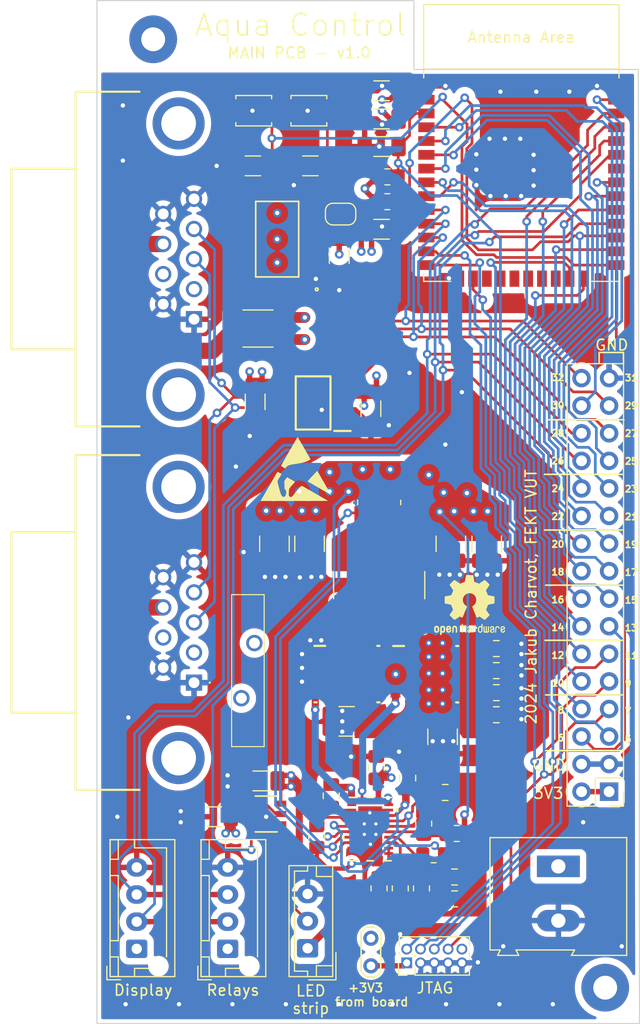
<source format=kicad_pcb>
(kicad_pcb (version 20221018) (generator pcbnew)
  (layers (0 "F.Cu" signal) (1 "In1.Cu" power) (2 "In2.Cu" power) (31 "B.Cu" signal) (34 "B.Paste" user) (35 "F.Paste" user) (36 "B.SilkS" user "B.Silkscreen") (37 "F.SilkS" user "F.Silkscreen") (38 "B.Mask" user) (39 "F.Mask" user) (44 "Edge.Cuts" user))
  (net 0 "")
  (net 1 "GND")
  (net 2 "/Connectors/SDA")
  (net 3 "/Connectors/SCL")
  (net 4 "/Connectors/EN")
  (net 5 "/Connectors/IO36")
  (net 6 "/Connectors/IO39")
  (net 7 "/Connectors/IO34")
  (net 8 "/Connectors/IO35")
  (net 9 "/Connectors/IO32")
  (net 10 "/Connectors/IO33")
  (net 11 "/Connectors/CAN_STBY")
  (net 12 "/Connectors/CAN_RX")
  (net 13 "/Connectors/CAN_TX")
  (net 14 "/Connectors/MTMS")
  (net 15 "/Connectors/MTDI")
  (net 16 "/Connectors/MTCK")
  (net 17 "/Connectors/MTDO")
  (net 18 "/Connectors/IO2")
  (net 19 "/Connectors/IO0")
  (net 20 "/Connectors/IO4")
  (net 21 "/Connectors/IO16")
  (net 22 "/Connectors/LED_STRIP")
  (net 23 "/Connectors/IO5")
  (net 24 "/Connectors/SCLK")
  (net 25 "/Connectors/MISO")
  (net 26 "/Connectors/24V")
  (net 27 "/Connectors/MOSI")
  (net 28 "/Connectors/5.2V")
  (net 29 "/Power Suply/VDDA")
  (net 30 "Net-(IC1-CANL)")
  (net 31 "Net-(IC1-CANH)")
  (net 32 "/Power Suply/LM_POWER_GOOD")
  (net 33 "/Power Suply/ISNS+")
  (net 34 "/Connectors/UART0_TX")
  (net 35 "/Connectors/UART0_RX")
  (net 36 "/ESP32 Module/3V3")
  (net 44 "GNDA")
  (net 50 "Net-(U6B-VCC)")
  (net 51 "Net-(U6B-SW)")
  (net 52 "Net-(U6B-CBOOT)")
  (net 53 "Net-(U6A-RT)")
  (net 54 "Net-(U6A-LO)")
  (net 55 "Net-(U6A-HO)")
  (net 56 "Net-(U6A-FB)")
  (net 57 "Net-(U6A-EXTCOMP)")
  (net 58 "Net-(U6A-CNFG)")
  (net 59 "Net-(J3-Pin_1)")
  (net 60 "Net-(J1-Pin_2)")
  (net 61 "Net-(F6-Pad2)")
  (net 62 "Net-(F5-Pad2)")
  (net 63 "Net-(C9-Pad1)")
  (footprint "NetTie:NetTie-2_SMD_Pad0.5mm" (layer "F.Cu") (at 144.526 126.492 90)
    (fp_text reference "NT2" hide)
    (fp_text value "NetTie_2" hide)
  )
  (footprint "Capacitor_SMD:C_0805_2012Metric_Pad1.18x1.45mm_HandSolder" (layer "F.Cu") (at 145.528449 117.651731 90)
    (fp_text reference "C21" hide)
    (fp_text value "470nF" hide)
  )
  (footprint "Capacitor_SMD:C_1210_3225Metric_Pad1.33x2.70mm_HandSolder" (layer "F.Cu") (at 152.4 97.028 -90)
    (fp_text reference "C17" hide)
    (fp_text value "47uF" hide)
  )
  (footprint "Inductor_SMD:L_Bourns-SRN8040_8x8.15mm" (layer "F.Cu") (at 145.796 100.838 -90)
    (fp_text reference "L1" hide)
    (fp_text value "3.6uH" hide)
  )
  (footprint "Capacitor_SMD:C_1206_3216Metric_Pad1.33x1.80mm_HandSolder" (layer "F.Cu") (at 146.0187 57.887347 180)
    (fp_text reference "C3" hide)
    (fp_text value "0.1uF" hide)
  )
  (footprint "Capacitor_SMD:C_1210_3225Metric_Pad1.33x2.70mm_HandSolder" (layer "F.Cu") (at 155.702 97.028 -90)
    (fp_text reference "C16" hide)
    (fp_text value "47uF" hide)
  )
  (footprint "Capacitor_SMD:C_0805_2012Metric_Pad1.18x1.45mm_HandSolder" (layer "F.Cu") (at 141.3764 120.2436 90)
    (fp_text reference "C22" hide)
    (fp_text value "100nF" hide)
  )
  (footprint "Capacitor_SMD:C_1210_3225Metric_Pad1.33x2.70mm_HandSolder" (layer "F.Cu") (at 142.7988 113.3856 180)
    (fp_text reference "C15" hide)
    (fp_text value "10uF" hide)
  )
  (footprint "Capacitor_SMD:C_1206_3216Metric_Pad1.33x1.80mm_HandSolder" (layer "F.Cu") (at 130.556 122.174 180)
    (fp_text reference "C20" hide)
    (fp_text value "0.1uF" hide)
  )
  (footprint "Capacitor_SMD:C_1206_3216Metric_Pad1.33x1.80mm_HandSolder" (layer "F.Cu") (at 146.0187 60.427347 180)
    (fp_text reference "C5" hide)
    (fp_text value "1uF" hide)
  )
  (footprint "Capacitor_SMD:C_1206_3216Metric_Pad1.33x1.80mm_HandSolder" (layer "F.Cu") (at 134.874 118.872 180)
    (fp_text reference "C19" hide)
    (fp_text value "0.1uF" hide)
  )
  (footprint "NMOS-CSD18514:DQJ0008A" (layer "F.Cu") (at 142.8242 109.031202)
    (fp_text reference "Q2" hide)
    (fp_text value "NMOS" hide)
  )
  (footprint "NetTie:NetTie-2_SMD_Pad0.5mm" (layer "F.Cu") (at 147.560449 123.056892 180)
    (fp_text reference "NT1" hide)
    (fp_text value "NetTie_2" hide)
  )
  (footprint "Connector_PinHeader_2.54mm:PinHeader_2x16_P2.54mm_Vertical" (layer "F.Cu") (at 166.9832 119.863347 180)
    (fp_text reference "J8" hide)
    (fp_text value "Conn_02x16_Odd_Even" hide)
  )
  (footprint "Resistor_SMD:R_0805_2012Metric_Pad1.20x1.40mm_HandSolder" (layer "F.Cu") (at 146.5492 65.507347)
    (fp_text reference "R2" hide)
    (fp_text value "10k" hide)
  )
  (footprint "Resistor_SMD:R_0805_2012Metric_Pad1.20x1.40mm_HandSolder" (layer "F.Cu") (at 152.945249 123.717331 180)
    (fp_text reference "R8" hide)
    (fp_text value "54.9k" hide)
  )
  (footprint "Capacitor_SMD:C_1206_3216Metric_Pad1.33x1.80mm_HandSolder" (layer "F.Cu") (at 145.034 84.582 -90)
    (fp_text reference "C7" hide)
    (fp_text value "0.1uF" hide)
  )
  (footprint "Connector_JST:JST_EH_B3B-EH-A_1x03_P2.50mm_Vertical" (layer "F.Cu") (at 139.1992 134.291347 90)
    (fp_text reference "J4" hide)
    (fp_text value "LED strip" hide)
  )
  (footprint "TestPoint:TestPoint_2Pads_Pitch2.54mm_Drill0.8mm" (layer "F.Cu") (at 145.034 133.37 -90)
    (fp_text reference "JP1" hide)
    (fp_text value "Jumper_2_Bridged" hide)
  )
  (footprint "Button_Switch_SMD:SW_SPST_B3U-1000P" (layer "F.Cu") (at 134.2372 57.125347)
    (fp_text reference "BOOT" hide)
    (fp_text value "SW_Push" hide)
  )
  (footprint "Resistor_SMD:R_0805_2012Metric_Pad1.20x1.40mm_HandSolder" (layer "F.Cu") (at 150.811649 125.678131 180)
    (fp_text reference "R9" hide)
    (fp_text value "10k" hide)
  )
  (footprint "Capacitor_SMD:C_0805_2012Metric_Pad1.18x1.45mm_HandSolder" (layer "F.Cu") (at 148.424049 118.616931 90)
    (fp_text reference "C24" hide)
    (fp_text value "4.7uF" hide)
  )
  (footprint "Symbol:ESD-Logo_6.6x6mm_SilkScreen" (layer "F.Cu") (at 138.1252 90.1192)
    (fp_text reference "REF**" hide)
    (fp_text value "ESD-Logo_6.6x6mm_SilkScreen" hide)
  )
  (footprint "Capacitor_SMD:C_1206_3216Metric_Pad1.33x1.80mm_HandSolder" (layer "F.Cu") (at 134.1577 62.205347)
    (fp_text reference "C1" hide)
    (fp_text value "0.1uF" hide)
  )
  (footprint "DSUB-G17C09001:G17C0900132EU" (layer "F.Cu") (at 128.7322 109.819347 -90)
    (fp_text reference "J2" hide)
    (fp_text value "G17C0900132EU" hide)
  )
  (footprint "Button_Switch_SMD:SW_SPST_B3U-1000P" (layer "F.Cu") (at 139.3172 57.125347)
    (fp_text reference "RST" hide)
    (fp_text value "SW_Push" hide)
  )
  (footprint "Connector_JST:JST_XH_B4B-XH-AM_1x04_P2.50mm_Vertical" (layer "F.Cu") (at 131.8332 134.341347 90)
    (fp_text reference "J5" hide)
    (fp_text value "Relays_board" hide)
  )
  (footprint "Capacitor_SMD:C_1206_3216Metric_Pad1.33x1.80mm_HandSolder" (layer "F.Cu") (at 142.113 70.485 -90)
    (fp_text reference "C8" hide)
    (fp_text value "2.2uF" hide)
  )
  (footprint "Capacitor_SMD:C_0805_2012Metric_Pad1.18x1.45mm_HandSolder" (layer "F.Cu") (at 152.742049 129.742131)
    (fp_text reference "C27" hide)
    (fp_text value "2.7nF" hide)
  )
  (footprint "LM5148:VQFN24_RGY_TEX" (layer "F.Cu") (at 144.969649 123.310931 180)
    (fp_text reference "U4" hide)
    (fp_text value "LM5148RGYR" hide)
  )
  (footprint "Capacitor_SMD:C_1206_3216Metric_Pad1.33x1.80mm_HandSolder" (layer "F.Cu") (at 134.366 83.947 -90)
    (fp_text reference "C6" hide)
    (fp_text value "0.1uF" hide)
  )
  (footprint "Capacitor_SMD:C_1210_3225Metric_Pad1.33x2.70mm_HandSolder" (layer "F.Cu") (at 136.144 97.028 -90)
    (fp_text reference "C11" hide)
    (fp_text value "47uF" hide)
  )
  (footprint "Capacitor_SMD:C_0805_2012Metric_Pad1.18x1.45mm_HandSolder" (layer "F.Cu") (at 156.591 108.712)
    (fp_text reference "C12" hide)
    (fp_text value "0.01uF" hide)
  )
  (footprint "Resistor_SMD:R_0805_2012Metric_Pad1.20x1.40mm_HandSolder" (layer "F.Cu") (at 147.738249 128.776931 -90)
    (fp_text reference "Rt1" hide)
    (fp_text value "35.7k" hide)
  )
  (footprint "Capacitor_SMD:C_1210_3225Metric_Pad1.33x2.70mm_HandSolder" (layer "F.Cu") (at 151.638 114.808 -90)
    (fp_text reference "C26" hide)
    (fp_text value "10uF" hide)
  )
  (footprint "DSUB-G17C09001:G17C0900132EU" (layer "F.Cu") (at 128.7322 76.337347 -90)
    (fp_text reference "J1" hide)
    (fp_text value "G17C0900132EU" hide)
  )
  (footprint "Capacitor_SMD:C_1210_3225Metric_Pad1.33x2.70mm_HandSolder" (layer "F.Cu") (at 139.378 97.028 -90)
    (fp_text reference "C10" hide)
    (fp_text value "47uF" hide)
  )
  (footprint "Jumper:SolderJumper-2_P1.3mm_Open_RoundedPad1.0x1.5mm" (layer "F.Cu") (at 142.24 66.6496)
    (fp_text reference "SJ1" hide)
    (fp_text value "SolderJumper-2_P1.3mm_Open_RoundedPad1.0x1.5mm" hide)
  )
  (footprint "Capacitor_SMD:C_0805_2012Metric_Pad1.18x1.45mm_HandSolder" (layer "F.Cu") (at 156.591 106.68)
    (fp_text reference "C14" hide)
    (fp_text value "0.01uF" hide)
  )
  (footprint "Resistor_SMD:R_0805_2012Metric_Pad1.20x1.40mm_HandSolder" (layer "F.Cu") (at 149.897249 122.802931 90)
    (fp_text reference "R7" hide)
    (fp_text value "10k" hide)
  )
  (footprint "30R400UMR:30R400UMR" (layer "F.Cu") (at 133.096 111.252 90)
    (fp_text reference "F2" hide)
    (fp_text value "30R400UMR" hide)
  )
  (footprint "Capacitor_SMD:C_0805_2012Metric_Pad1.18x1.45mm_HandSolder" (layer "F.Cu") (at 156.591 110.744)
    (fp_text reference "C13" hide)
    (fp_text value "0.01uF" hide)
  )
  (footprint "NMOS-CSD18514:DQJ0008A" (layer "F.Cu") (at 150.0886 109.0422)
    (fp_text reference "Q1" hide)
    (fp_text value "NMOS" hide)
  )
  (footprint "TXU0101:SOT-23-6-DBV_TEX" (layer "F.Cu") (at 135.382 121.92)
    (fp_text reference "U3" hide)
    (fp_text value "TXU0101DBVR" hide)
  )
  (footprint "MountingHole:MountingHole_2.2mm_M2_Pad" (layer "F.Cu") (at 166.624 137.922)
    (fp_text reference "REF**" hide)
    (fp_text value "MountingHole_2.2mm_M2_Pad" hide)
  )
  (footprint "Connector_JST:JST_XH_B4B-XH-AM_1x04_P2.50mm_Vertical" (layer "F.Cu") (at 123.4512 134.341347 90)
    (fp_text reference "J3" hide)
    (fp_text value "Display" hide)
  )
  (footprint "Capacitor_SMD:C_0805_2012Metric_Pad1.18x1.45mm_HandSolder" (layer "F.Cu") (at 152.742049 127.724131)
    (fp_text reference "C25" hide)
    (fp_text value "22p" hide)
  )
  (footprint "Symbol:OSHW-Logo2_7.3x6mm_SilkScreen" (layer "F.Cu") (at 154.1272 102.6668)
    (fp_text reference "REF**" hide)
    (fp_text value "OSHW-Logo2_7.3x6mm_SilkScreen" hide)
  )
  (footprint "Resistor_SMD:R_0805_2012Metric_Pad1.20x1.40mm_HandSolder" (layer "F.Cu") (at 140.05 124 90)
    (fp_text reference "R6" hide)
    (fp_text value "100k" hide)
  )
  (footprint "TLV761:SOT_8DCYR_TEX" (layer "F.Cu") (at 136.398 68.961 90)
    (fp_text reference "U2" hide)
    (fp_text value "TLV76133DCYR" hide)
  )
  (footprint "PCM_Espressif:ESP32-WROOM-32E" (layer "F.Cu") (at 158.8972 61.849347)
    (fp_text reference "U1" hide)
    (fp_text value "ESP32-WROOM-E" hide)
  )
  (footprint "Resistor_SMD:R_0805_2012Metric_Pad1.20x1.40mm_HandSolder" (layer "F.Cu") (at 145.782449 128.776931 90)
    (fp_text reference "R4" hide)
    (fp_text value "41.2k" hide)
  )
  (footprint "Capacitor_SMD:C_1206_3216Metric_Pad1.33x1.80mm_HandSolder" (layer "F.Cu") (at 146.0187 55.289347 180)
    (fp_text reference "C4" hide)
    (fp_text value "22uF" hide)
  )
  (footprint "TerminalBlock:TerminalBlock_Altech_AK300-2_P5.00mm" (layer "F.Cu") (at 162.306 126.746 -90)
    (fp_text reference "J7" hide)
    (fp_text value "POWER SUPLY" hide)
  )
  (footprint "MountingHole:MountingHole_2.2mm_M2_Pad" (layer "F.Cu") (at 124.968 50.546)
    (fp_text reference "REF**" hide)
    (fp_text value "MountingHole_2.2mm_M2_Pad" hide)
  )
  (footprint "Resistor_SMD:R_0805_2012Metric_Pad1.20x1.40mm_HandSolder" (layer "F.Cu") (at 149.694049 128.776931 -90)
    (fp_text reference "R5" hide)
    (fp_text value "10k" hide)
  )
  (footprint "Connector_PinHeader_1.27mm:PinHeader_2x05_P1.27mm_Vertical" (layer "F.Cu") (at 148.336 135.636 90)
    (fp_text reference "J6" hide)
    (fp_text value "JTAG" hide)
  )
  (footprint "Capacitor_SMD:C_1206_3216Metric_Pad1.33x1.80mm_HandSolder" (layer "F.Cu") (at 146.0187 68.047347)
    (fp_text reference "C9" hide)
    (fp_text value "22uF" hide)
  )
  (footprint "Capacitor_SMD:C_1206_3216Metric_Pad1.33x1.80mm_HandSolder" (layer "F.Cu") (at 139.4547 62.205347)
    (fp_text reference "C2" hide)
    (fp_text value "0.1uF" hide)
  )
  (footprint "ATA6561-GAQW-N:SOIC127P600X175-8N" (layer "F.Cu") (at 139.7072 84.049347 180)
    (fp_text reference "IC1" hide)
    (fp_text value "ATA6561-GAQW-N" hide)
  )
  (footprint "Resistor_SMD:R_0815_2038Metric_Pad1.20x4.05mm_HandSolder" (layer "F.Cu") (at 145.796 93.218 -90)
    (fp_text reference "R3" hide)
    (fp_text value "10m" hide)
  )
  (footprint "Resistor_SMD:R_0805_2012Metric_Pad1.20x1.40mm_HandSolder" (layer "F.Cu") (at 146.5492 63.221347)
    (fp_text reference "R1" hide)
    (fp_text value "10k" hide)
  )
  (footprint "Capacitor_SMD:C_0805_2012Metric_Pad1.18x1.45mm_HandSolder" (layer "F.Cu") (at 156.591 112.776)
    (fp_text reference "C18" hide)
    (fp_text value "0.01uF" hide)
  )
  (footprint "Capacitor_SMD:C_0805_2012Metric_Pad1.18x1.45mm_HandSolder" (layer "F.Cu") (at 151.878449 119.937731)
    (fp_text reference "C23" hide)
    (fp_text value "100nF" hide)
  )
  (footprint "Fuse:Fuse_1812_4532Metric" (layer "F.Cu") (at 134.6272 77.191347 180)
    (fp_text reference "F1" hide)
    (fp_text value "SMD1812B110TF/24" hide)
  )
  (gr_line (start 161.036 90.6272) (end 168.1988 90.6272) (stroke (width 0.15)) (layer "F.SilkS"))
  (gr_line (start 161.036 95.758) (end 168.1988 95.758) (stroke (width 0.15)) (layer "F.SilkS"))
  (gr_line (start 161.0868 105.918) (end 168.2496 105.918) (stroke (width 0.15)) (layer "F.SilkS"))
  (gr_line (start 166.0652 80.3656) (end 166.0652 79.4004) (stroke (width 0.15)) (layer "F.SilkS"))
  (gr_line (start 161.1376 110.9472) (end 168.3004 110.9472) (stroke (width 0.15)) (layer "F.SilkS"))
  (gr_line (start 168.3004 79.4004) (end 168.3132 80.433347) (stroke (width 0.15)) (layer "F.SilkS"))
  (gr_line (start 166.0652 79.4004) (end 168.3004 79.4004) (stroke (width 0.15)) (layer "F.SilkS"))
  (gr_line (start 161.1376 116.078) (end 168.3004 116.078) (stroke (width 0.15)) (layer "F.SilkS"))
  (gr_line (start 161.1884 85.598) (end 168.3512 85.598) (stroke (width 0.15)) (layer "F.SilkS"))
  (gr_line (start 161.1376 100.838) (end 168.3004 100.838) (stroke (width 0.15)) (layer "F.SilkS"))
  (gr_line (start 148.9972 53.325347) (end 169.672 53.325347) (stroke (width 0.1)) (layer "Edge.Cuts"))
  (gr_line (start 148.9972 46.99) (end 148.9972 53.325347) (stroke (width 0.1)) (layer "Edge.Cuts"))
  (gr_line (start 169.7872 141.224) (end 119.7872 141.224) (stroke (width 0.1)) (layer "Edge.Cuts"))
  (gr_line (start 119.7872 46.975347) (end 148.9972 46.99) (stroke (width 0.1)) (layer "Edge.Cuts"))
  (gr_line (start 169.672 53.325347) (end 169.7872 141.224) (stroke (width 0.1)) (layer "Edge.Cuts"))
  (gr_line (start 119.7872 141.224) (end 119.7872 46.975347) (stroke (width 0.1)) (layer "Edge.Cuts"))
  (gr_text " LED \nstrip" (at 139.4968 140.4112) (layer "F.SilkS") (effects (font (size 1 1)) (justify bottom)))
  (gr_text "31" (at 168.3512 82.0928) (layer "F.SilkS") (effects (font (size 0.6 0.6)) (justify left bottom)))
  (gr_text "GND" (at 165.608 79.2988) (layer "F.SilkS") (effects (font (size 1 1)) (justify left bottom)))
  (gr_text "15" (at 168.3512 102.569104) (layer "F.SilkS") (effects (font (size 0.6 0.6)) (justify left bottom)))
  (gr_text "3V3" (at 159.9184 120.5992) (layer "F.SilkS") (effects (font (size 1 1)) (justify left bottom)))
  (gr_text "17" (at 168.3512 100.009566) (layer "F.SilkS") (effects (font (size 0.6 0.6)) (justify left bottom)))
  (gr_text "  +3V3 \nfrom board" (at 141.6304 139.7) (layer "F.SilkS") (effects (font (size 0.8 0.8)) (justify left bottom)))
  (gr_text "28" (at 161.5948 87.17671) (layer "F.SilkS") (effects (font (size 0.6 0.6)) (justify left bottom)))
  (gr_text "MAIN PCB - v1.0" (at 131.7244 52.3748) (layer "F.SilkS") (effects (font (size 1 1)) (justify left bottom)))
  (gr_text "14" (at 161.5948 105.093476) (layer "F.SilkS") (effects (font (size 0.6 0.6)) (justify left bottom)))
  (gr_text "23" (at 168.3512 92.330952) (layer "F.SilkS") (effects (font (size 0.6 0.6)) (justify left bottom)))
  (gr_text "2024 Jakub Charvot, FEKT VUT" (at 160.3756 113.7412 90) (layer "F.SilkS") (effects (font (size 1 1)) (justify left bottom)))
  (gr_text "25" (at 168.3512 89.771414) (layer "F.SilkS") (effects (font (size 0.6 0.6)) (justify left bottom)))
  (gr_text "8" (at 162.1536 112.705656) (layer "F.SilkS") (effects (font (size 0.6 0.6)) (justify left bottom)))
  (gr_text "29" (at 168.3512 84.652338) (layer "F.SilkS") (effects (font (size 0.6 0.6)) (justify left bottom)))
  (gr_text "26" (at 161.5948 89.736248) (layer "F.SilkS") (effects (font (size 0.6 0.6)) (justify left bottom)))
  (gr_text "Display" (at 121.2596 138.7348) (layer "F.SilkS") (effects (font (size 1 1)) (justify left bottom)))
  (gr_text "32" (at 161.5948 82.057634) (layer "F.SilkS") (effects (font (size 0.6 0.6)) (justify left bottom)))
  (gr_text "6" (at 162.1536 115.2652) (layer "F.SilkS") (effects (font (size 0.6 0.6)) (justify left bottom)))
  (gr_text "10" (at 161.5948 110.212552) (layer "F.SilkS") (effects (font (size 0.6 0.6)) (justify left bottom)))
  (gr_text "JTAG" (at 149.1488 138.5316) (layer "F.SilkS") (effects (font (size 1 1)) (justify left bottom)))
  (gr_text "7" (at 168.3512 112.807256) (layer "F.SilkS") (effects (font (size 0.6 0.6)) (justify left bottom)))
  (gr_text "27" (at 168.3512 87.211876) (layer "F.SilkS") (effects (font (size 0.6 0.6)) (justify left bottom)))
  (gr_text "13" (at 168.3512 105.128642) (layer "F.SilkS") (effects (font (size 0.6 0.6)) (justify left bottom)))
  (gr_text "9" (at 168.3512 110.247718) (layer "F.SilkS") (effects (font (size 0.6 0.6)) (justify left bottom)))
  (gr_text "12" (at 161.5948 107.653014) (layer "F.SilkS") (effects (font (size 0.6 0.6)) (justify left bottom)))
  (gr_text "20" (at 161.5948 97.414862) (layer "F.SilkS") (effects (font (size 0.6 0.6)) (justify left bottom)))
  (gr_text "18" (at 161.5948 99.9744) (layer "F.SilkS") (effects (font (size 0.6 0.6)) (justify left bottom)))
  (gr_text "5" (at 168.3512 115.3668) (layer "F.SilkS") (effects (font (size 0.6 0.6)) (justify left bottom)))
  (gr_text "Relays" (at 129.794 138.7348) (layer "F.SilkS") (effects (font (size 1 1)) (justify left bottom)))
  (gr_text "21" (at 168.3512 94.89049) (layer "F.SilkS") (effects (font (size 0.6 0.6)) (justify left bottom)))
  (gr_text "11" (at 168.3512 107.68818) (layer "F.SilkS") (effects (font (size 0.6 0.6)) (justify left bottom)))
  (gr_text "30" (at 161.5948 84.617172) (layer "F.SilkS") (effects (font (size 0.6 0.6)) (justify left bottom)))
  (gr_text "19" (at 168.3512 97.450028) (layer "F.SilkS") (effects (font (size 0.6 0.6)) (justify left bottom)))
  (gr_text "22" (at 161.5948 94.855324) (layer "F.SilkS") (effects (font (size 0.6 0.6)) (justify left bottom)))
  (gr_text "GND" (at 159.8168 118.0084) (layer "F.SilkS") (effects (font (size 1 1)) (justify left bottom)))
  (gr_text "24" (at 161.5948 92.295786) (layer "F.SilkS") (effects (font (size 0.6 0.6)) (justify left bottom)))
  (gr_text "Aqua Control" (at 128.6764 50.3936) (layer "F.SilkS") (effects (font (size 2 2)) (justify left bottom)))
  (gr_text "16" (at 161.5948 102.533938) (layer "F.SilkS") (effects (font (size 0.6 0.6)) (justify left bottom)))
  (segment (start 143.95125 125.06093) (end 144.969649 124.042531) (width 0.25) (layer "F.Cu") (net 1))
  (segment (start 135.261997 100.076) (end 135.261997 99.472503) (width 0.25) (layer "F.Cu") (net 1))
  (segment (start 132.8035 119.38) (end 133.3115 118.872) (width 0.25) (layer "F.Cu") (net 1))
  (segment (start 133.2992 97.79) (end 134.0997 98.5905) (width 0.25) (layer "F.Cu") (net 1))
  (segment (start 143.95125 122.060931) (end 144.969649 123.07933) (width 0.25) (layer "F.Cu") (net 1))
  (segment (start 147.30241 123.060931) (end 147.306449 123.056892) (width 0.25) (layer "F.Cu") (net 1))
  (segment (start 145.96308 116.1796) (end 145.528449 116.614231) (width 0.5) (layer "F.Cu") (net 1))
  (segment (start 147.6248 116.1796) (end 145.96308 116.1796) (width 0.5) (layer "F.Cu") (net 1))
  (segment (start 150.7236 115.2144) (end 150.7236 116.3705) (width 0.5) (layer "F.Cu") (net 1))
  (segment (start 152.4 99.758797) (end 152.4 98.5905) (width 0.25) (layer "F.Cu") (net 1))
  (segment (start 151.673603 115.2144) (end 151.673603 116.334897) (width 0.5) (layer "F.Cu") (net 1))
  (segment (start 157.3972 62.559347) (end 157.3972 63.959347) (width 0.5) (layer "F.Cu") (net 1))
  (segment (start 153.236 99.8728) (end 153.236 99.4265) (width 0.25) (layer "F.Cu") (net 1))
  (segment (start 156.040953 64.0031) (end 155.9972 63.959347) (width 0.5) (layer "F.Cu") (net 1))
  (segment (start 152.224729 72.565271) (end 152.258805 72.599347) (width 0.5) (layer "F.Cu") (net 1))
  (segment (start 156.718 99.8728) (end 156.718 99.6065) (width 0.25) (layer "F.Cu") (net 1))
  (segment (start 139.5476 98.7601) (end 139.378 98.5905) (width 0.25) (layer "F.Cu") (net 1))
  (segment (start 141.2363 113.3856) (end 141.2363 112.4835) (width 0.5) (layer "F.Cu") (net 1))
  (segment (start 158.070503 109.154003) (end 157.6285 108.712) (width 0.5) (layer "F.Cu") (net 1))
  (segment (start 152.258805 72.599347) (end 153.1772 72.599347) (width 0.5) (layer "F.Cu") (net 1))
  (segment (start 143.267849 125.560932) (end 144.20298 125.560932) (width 0.25) (layer "F.Cu") (net 1))
  (segment (start 155.767997 99.8728) (end 155.702 99.806803) (width 0.25) (layer "F.Cu") (net 1))
  (segment (start 138.745798 107.126202) (end 138.684 107.188) (width 0.5) (layer "F.Cu") (net 1))
  (segment (start 160.0272 62.607446) (end 158.845299 62.607446) (width 0.5) (layer "F.Cu") (net 1))
  (segment (start 136.209997 98.656497) (end 136.144 98.5905) (width 0.25) (layer "F.Cu") (net 1))
  (segment (start 142.4072 84.684347) (end 143.573847 84.684347) (width 0.5) (layer "F.Cu") (net 1))
  (segment (start 144.512449 123.768131) (end 144.969649 123.310931) (width 0.25) (layer "F.Cu") (net 1))
  (segment (start 138.684 109.728) (end 139.967401 109.728) (width 0.5) (layer "F.Cu") (net 1))
  (segment (start 144.20298 125.560932) (end 144.219648 125.5776) (width 0.25) (layer "F.Cu") (net 1))
  (segment (start 157.6285 112.776) (end 158.040109 113.187609) (width 0.5) (layer "F.Cu") (net 1))
  (segment (start 152.623606 115.2144) (end 152.623606 116.3705) (width 0.5) (layer "F.Cu") (net 1))
  (segment (start 128.4855 121.666) (end 128.9935 122.174) (width 0.25) (layer "F.Cu") (net 1))
  (segment (start 151.673603 116.334897) (end 151.638 116.3705) (width 0.5) (layer "F.Cu") (net 1))
  (segment (start 140.029199 106.501199) (end 139.446 105.918) (width 0.5) (layer "F.Cu") (net 1))
  (segment (start 147.5812 68.047347) (end 146.3112 68.047347) (width 0.5) (layer "F.Cu") (net 1))
  (segment (start 158.9024 108.204) (end 158.1365 108.204) (width 0.5) (layer "F.Cu") (net 1))
  (segment (start 140.462 99.6745) (end 139.378 98.5905) (width 0.25) (layer "F.Cu") (net 1))
  (segment (start 136.209997 100.076) (end 136.209997 98.656497) (width 0.25) (layer "F.Cu") (net 1))
  (segment (start 131.826 118.364) (end 132.8035 118.364) (width 0.25) (layer "F.Cu") (net 1))
  (segment (start 144.969649 123.310931) (end 144.969649 122.579331) (width 0.25) (layer "F.Cu") (net 1))
  (segment (start 158.845299 62.607446) (end 158.7972 62.559347) (width 0.5) (layer "F.Cu") (net 1))
  (segment (start 158.7972 63.959347) (end 158.7972 62.559347) (width 0.5) (layer "F.Cu") (net 1))
  (segment (start 167.6472 54.839347) (end 165.8692 54.839347) (width 0.5) (layer "F.Cu") (net 1))
  (segment (start 138.4808 100.1268) (end 138.4808 99.4877) (width 0.25) (layer "F.Cu") (net 1))
  (segment (start 141.340797 114.335603) (end 142.3924 114.335603) (width 0.5) (layer "F.Cu") (net 1))
  (segment (start 143.573847 84.684347) (end 145.034 86.1445) (width 0.5) (layer "F.Cu") (net 1))
  (segment (start 137.8922 63.946347) (end 137.9292 63.983347) (width 0.5) (layer "F.Cu") (net 1))
  (segment (start 160.0272 61.189347) (end 158.8272 61.189347) (width 0.5) (layer "F.Cu") (net 1))
  (segment (start 133.8652 86.0103) (end 133.8652 87.097347) (width 0.5) (layer "F.Cu") (net 1))
  (segment (start 146.0572 54.839347) (end 145.6072 55.289347) (width 0.5) (layer "F.Cu") (net 1))
  (segment (start 158.799399 61.157148) (end 158.7972 61.159347) (width 0.5) (layer "F.Cu") (net 1))
  (segment (start 151.335994 99.654506) (end 152.4 98.5905) (width 0.25) (layer "F.Cu") (net 1))
  (segment (start 155.9972 62.559347) (end 157.3972 62.559347) (width 0.5) (layer "F.Cu") (net 1))
  (segment (start 138.745798 108.396202) (end 138.684 108.458) (width 0.5) (layer "F.Cu") (net 1))
  (segment (start 158.7972 62.559347) (end 157.3972 62.559347) (width 0.5) (layer "F.Cu") (net 1))
  (segment (start 140.505583 84.684347) (end 140.503149 84.686781) (width 0.5) (layer "F.Cu") (net 1))
  (segment (start 154.7876 99.5049) (end 155.702 98.5905) (width 0.25) (layer "F.Cu") (net 1))
  (segment (start 146.671449 123.060931) (end 145.219649 123.060931) (width 0.25) (layer "F.Cu") (net 1))
  (segment (start 160.0272 64.025546) (end 158.863399 64.025546) (width 0.5) (layer "F.Cu") (net 1))
  (segment (start 148.424049 117.579431) (end 148.424049 116.978849) (width 0.5) (layer "F.Cu") (net 1))
  (segment (start 140.029199 108.396202) (end 138.745798 108.396202) (width 0.5) (layer "F.Cu") (net 1))
  (segment (start 158.9024 107.188) (end 158.1365 107.188) (width 0.5) (layer "F.Cu") (net 1))
  (segment (start 156.040953 64.984987) (end 156.040953 64.0031) (width 0.5) (layer "F.Cu") (net 1))
  (segment (start 139.9612 71.5603) (end 139.9612 72.619347) (width 0.5) (layer "F.Cu") (net 1))
  (segment (start 155.9972 59.741721) (end 155.9632 59.707721) (width 0.5) (layer "F.Cu") (net 1))
  (segment (start 151.335994 99.8728) (end 151.335994 99.654506) (width 0.25) (layer "F.Cu") (net 1))
  (segment (start 137.8922 62.205347) (end 137.8922 63.946347) (width 0.5) (layer "F.Cu") (net 1))
  (segment (start 158.040109 113.187609) (end 158.9024 113.187609) (width 0.5) (layer "F.Cu") (net 1))
  (segment (start 142.3924 113.3856) (end 141.2363 113.3856) (width 0.5) (layer "F.Cu") (net 1))
  (segment (start 145.528449 116.614231) (end 143.227769 116.614231) (width 0.5) (layer "F.Cu") (net 1))
  (segment (start 155.995869 62.558016) (end 155.9972 62.559347) (width 0.5) (layer "F.Cu") (net 1))
  (segment (start 141.2748 112.4204) (end 142.3924 112.4204) (width 0.5) (layer "F.Cu") (net 1))
  (segment (start 139.967401 109.728) (end 140.029199 109.666202) (width 0.5) (layer "F.Cu") (net 1))
  (segment (start 146.671449 123.060931) (end 147.30241 123.060931) (width 0.25) (layer "F.Cu") (net 1))
  (segment (start 154.7876 99.8728) (end 154.7876 99.5049) (width 0.25) (layer "F.Cu") (net 1))
  (segment (start 135.261997 99.472503) (end 136.144 98.5905) (width 0.25) (layer "F.Cu") (net 1))
  (segment (start 144.219648 125.5776) (end 144.219648 124.060932) (width 0.25) (layer "F.Cu") (net 1))
  (segment (start 140.029199 107.126202) (end 140.029199 106.501199) (width 0.5) (layer "F.Cu") (net 1))
  (segment (start 158.0349 110.3376) (end 157.6285 110.744) (width 0.5) (layer "F.Cu") (net 1))
  (segment (start 155.9972 62.559347) (end 155.9972 63.959347) (width 0.5) (layer "F.Cu") (net 1))
  (segment (start 132.5372 57.125347) (end 134.1192 57.125347) (width 0.5) (layer "F.Cu") (net 1))
  (segment (start 155.977769 61.139916) (end 155.9972 61.159347) (width 0.5) (layer "F.Cu") (net 1))
  (segment (start 158.9024 106.237997) (end 158.070503 106.237997) (width 0.5) (layer "F.Cu") (net 1))
  (segment (start 145.6072 55.289347) (end 144.4562 55.289347) (width 0.5) (layer "F.Cu") (net 1))
  (segment (start 134.366 85.5095) (end 133.8652 86.0103) (width 0.5) (layer "F.Cu") (net 1))
  (segment (start 157.459052 64.984987) (end 157.459052 64.021199) (width 0.5) (layer "F.Cu") (net 1))
  (segment (start 157.3972 61.159347) (end 158.7972 61.159347) (width 0.5) (layer "F.Cu") (net 1))
  (segment (start 158.1365 107.188) (end 157.6285 106.68) (width 0.5) (layer "F.Cu") (net 1))
  (segment (start 158.9024 110.3376) (end 158.0349 110.3376) (width 0.5) (layer "F.Cu") (net 1))
  (segment (start 158.9024 109.154003) (end 158.070503 109.154003) (width 0.5) (layer "F.Cu") (net 1))
  (segment (start 153.236 99.4265) (end 152.4 98.5905) (width 0.25) (layer "F.Cu") (net 1))
  (segment (start 158.7972 61.159347) (end 158.7972 62.559347) (width 0.5) (layer "F.Cu") (net 1))
  (segment (start 158.166894 112.237606) (end 157.6285 112.776) (width 0.5) (layer "F.Cu") (net 1))
  (segment (start 144.4562 60.427347) (end 145.8032 60.427347) (width 0.5) (layer "F.Cu") (net 1))
  (segment (start 137.16 99.6065) (end 136.144 98.5905) (width 0.25) (layer "F.Cu") (net 1))
  (segment (start 158.799399 59.707721) (end 158.799399 61.157148) (width 0.5) (layer "F.Cu") (net 1))
  (segment (start 158.172103 111.287603) (end 157.6285 110.744) (width 0.5) (layer "F.Cu") (net 1))
  (segment (start 148.424049 116.978849) (end 147.6248 116.1796) (width 0.5) (layer "F.Cu") (net 1))
  (segment (start 155.9972 63.959347) (end 157.3972 63.959347) (width 0.5) (layer "F.Cu") (net 1))
  (segment (start 132.8035 118.364) (end 133.3115 118.872) (width 0.25) (layer "F.Cu") (net 1))
  (segment (start 144.219648 124.060932) (end 144.969649 123.310931) (width 0.25) (layer "F.Cu") (net 1))
  (segment (start 144.969649 124.042531) (end 144.969649 123.310931) (width 0.25) (layer "F.Cu") (net 1))
  (segment (start 144.4562 57.887347) (end 145.5492 57.887347) (width 0.5) (layer "F.Cu") (net 1))
  (segment (start 157.459052 64.021199) (end 157.3972 63.959347) (width 0.5) (layer "F.Cu") (net 1))
  (segment (start 158.8272 61.189347) (end 158.7972 61.159347) (width 0.5) (layer "F.Cu") (net 1))
  (segment (start 138.4808 99.4877) (end 139.378 98.5905) (width 0.25) (layer "F.Cu") (net 1))
  (segment (start 134.01675 121.92) (end 135.128 121.92) (width 0.25) (layer "F.Cu") (net 1))
  (segment (start 155.9972 61.159347) (end 155.9972 59.741721) (width 0.5) (layer "F.Cu") (net 1))
  (segment (start 145.71965 124.060932) (end 144.969649 123.310931) (width 0.25) (layer "F.Cu") (net 1))
  (segment (start 155.9972 61.159347) (end 155.9972 62.559347) (width 0.5) (layer "F.Cu") (net 1))
  (segment (start 139.5476 100.076) (end 139.5476 98.7601) (width 0.25) (layer "F.Cu") (net 1))
  (segment (start 141.2625 72.0475) (end 142.113 72.0475) (width 0.5) (layer "F.Cu") (net 1))
  (segment (start 137.6172 57.125347) (end 139.1992 57.125347) (width 0.5) (layer "F.Cu") (net 1))
  (segment (start 142.4072 84.684347) (end 140.505583 84.684347) (width 0.5) (layer "F.Cu") (net 1))
  (segment (start 142.113 73.66) (end 142.113 72.0475) (width 0.5) (layer "F.Cu") (net 1))
  (segment (start 158.877152 64.984987) (end 158.877152 64.039299) (width 0.5) (layer "F.Cu") (net 1))
  (segment (start 158.9024 112.237606) (end 158.166894 112.237606) (width 0.5) (layer "F.Cu") (net 1))
  (segment (start 127.508 122.682) (end 128.4855 122.682) (width 0.25) (layer "F.Cu") (net 1))
  (segment (start 158.877152 64.039299) (end 158.7972 63.959347) (width 0.5) (layer "F.Cu") (net 1))
  (segment (start 137.16 100.076) (end 137.16 99.6065) (width 0.25) (layer "F.Cu") (net 1))
  (segment (start 156.718 99.6065) (end 155.702 98.5905) (width 0.25) (layer "F.Cu") (net 1))
  (segment (start 143.267849 125.06093) (end 143.95125 125.06093) (width 0.25) (layer "F.Cu") (net 1))
  (segment (start 141.224 112.4712) (end 141.2748 112.4204) (width 0.5) (layer "F.Cu") (net 1))
  (segment (start 155.9972 61.159347) (end 157.3972 61.159347) (width 0.5) (layer "F.Cu") (net 1))
  (segment (start 150.7236 116.3705) (end 151.638 116.3705) (width 0.5) (layer "F.Cu") (net 1))
  (segment (start 144.512449 126.041731) (end 144.512449 123.768131) (width 0.25) (layer "F.Cu") (net 1))
  (segment (start 145.5492 57.887347) (end 146.0572 58.395347) (width 0.5) (layer "F.Cu") (net 1))
  (segment (start 140.476 71.261) (end 141.2625 72.0475) (width 0.5) (layer "F.Cu") (net 1))
  (segment (start 143.227769 116.614231) (end 143.2052 116.6368) (width 0.5) (layer "F.Cu") (net 1))
  (segment (start 140.029199 106.350801) (end 140.462 105.918) (width 0.5) (layer "F.Cu") (net 1))
  (segment (start 154.749875 62.558016) (end 155.995869 62.558016) (width 0.5) (layer "F.Cu") (net 1))
  (segment (start 128.4855 122.682) (end 128.9935 122.174) (width 0.25) (layer "F.Cu") (net 1))
  (segment (start 144.969649 123.07933) (end 144.969649 123.310931) (width 0.25) (layer "F.Cu") (net 1))
  (segment (start 155.702 99.806803) (end 155.702 98.5905) (width 0.25) (layer "F.Cu") (net 1))
  (segment (start 141.2363 114.2615) (end 141.3256 114.3508) (width 0.5) (layer "F.Cu") (net 1))
  (segment (start 141.2363 113.3856) (end 141.2363 114.2615) (width 0.5) (layer "F.Cu") (net 1))
  (segment (start 158.863399 64.025546) (end 158.7972 63.959347) (width 0.5) (layer "F.Cu") (net 1))
  (segment (start 155.980432 63.976115) (end 155.9972 63.959347) (width 0.5) (layer "F.Cu") (net 1))
  (segment (start 150.1472 54.839347) (end 151.8992 54.839347) (width 0.5) (layer "F.Cu") (net 1))
  (segment (start 158.070503 106.237997) (end 157.6285 106.68) (width 0.5) (layer "F.Cu") (net 1))
  (segment (start 139.6619 71.261) (end 140.476 71.261) (width 0.5) (layer "F.Cu") (net 1))
  (segment (start 141.2363 112.4835) (end 141.224 112.4712) (width 0.5) (layer "F.Cu") (net 1))
  (segment (start 144.219648 126.028731) (end 144.219648 125.5776) (width 0.25) (layer "F.Cu") (net 1))
  (segment (start 152.623606 116.3705) (end 151.638 116.3705) (width 0.5) (layer "F.Cu") (net 1))
  (segment (start 145.0725 86.106) (end 145.034 86.1445) (width 0.5) (layer "F.Cu") (net 1))
  (segment (start 146.3112 68.047347) (end 146.0572 67.793347) (width 0.5) (layer "F.Cu") (net 1))
  (segment (start 140.029199 107.126202) (end 138.745798 107.126202) (width 0.5) (layer "F.Cu") (net 1))
  (segment (start 145.988048 121.560932) (end 146.671449 121.560932) (width 0.25) (layer "F.Cu") (net 1))
  (segment (start 134.0997 98.5905) (end 136.144 98.5905) (width 0.25) (layer "F.Cu") (net 1))
  (segment (start 157.3972 61.159347) (end 157.3972 62.559347) (width 0.5) (layer "F.Cu") (net 1))
  (segment (start 127.508 121.666) (end 128.4855 121.666) (width 0.25) (layer "F.Cu") (net 1))
  (segment (start 135.128 121.92) (end 135.382 122.174) (width 0.25) (layer "F.Cu") (net 1))
  (segment (start 158.9024 111.287603) (end 158.172103 111.287603) (width 0.5) (layer "F.Cu") (net 1))
  (segment (start 140.029199 107.126202) (end 140.029199 106.350801) (width 0.5) (layer "F.Cu") (net 1))
  (segment (start 158.1365 108.204) (end 157.6285 108.712) (width 0.5) (layer "F.Cu") (net 1))
  (segment (start 143.267849 122.060931) (end 143.95125 122.060931) (width 0.25) (layer "F.Cu") (net 1))
  (segment (start 139.6619 71.261) (end 139.9612 71.5603) (width 0.5) (layer "F.Cu") (net 1))
  (segment (start 144.969649 122.579331) (end 145.988048 121.560932) (width 0.25) (layer "F.Cu") (net 1))
  (segment (start 154.749875 63.976115) (end 155.980432 63.976115) (width 0.5) (layer "F.Cu") (net 1))
  (segment (start 157.381299 59.707721) (end 157.381299 61.143446) (width 0.5) (layer "F.Cu") (net 1))
  (segment (start 132.5952 62.205347) (end 130.8172 62.205347) (width 0.5) (layer "F.Cu") (net 1))
  (segment (start 146.685 86.106) (end 145.0725 86.106) (width 0.5) (layer "F.Cu") (net 1))
  (segment (start 140.462 100.076) (end 140.462 99.6745) (width 0.25) (layer "F.Cu") (net 1))
  (segment (start 131.826 119.38) (end 132.8035 119.38) (width 0.25) (layer "F.Cu") (net 1))
  (segment (start 152.285997 99.8728) (end 152.4 99.758797) (width 0.25) (layer "F.Cu") (net 1))
  (segment (start 157.381299 61.143446) (end 157.3972 61.159347) (width 0.5) (layer "F.Cu") (net 1))
  (segment (start 145.71965 126.028731) (end 145.71965 124.060932) (width 0.25) (layer "F.Cu") (net 1))
  (segment (start 141.3256 114.3508) (end 141.340797 114.335603) (width 0.5) (layer "F.Cu") (net 1))
  (segment (start 157.3972 63.959347) (end 158.7972 63.959347) (width 0.5) (layer "F.Cu") (net 1))
  (segment (start 154.749875 61.139916) (end 155.977769 61.139916) (width 0.5) (layer "F.Cu") (net 1))
  (via (at 152.285997 99.8728) (size 0.8) (drill 0.4) (layers "F.Cu" "B.Cu") (net 1))
  (via (at 140.462 100.076) (size 0.8) (drill 0.4) (layers "F.Cu" "B.Cu") (net 1))
  (via (at 144.9832 124.714) (size 0.6) (drill 0.3) (layers "F.Cu" "B.Cu") (net 1))
  (via (at 157.226 134.112) (size 0.8) (drill 0.4) (layers "F.Cu" "B.Cu") (net 1))
  (via (at 155.767997 99.8728) (size 0.8) (drill 0.4) (layers "F.Cu" "B.Cu") (net 1))
  (via (at 154.749875 62.558016) (size 0.8) (drill 0.4) (layers "F.Cu" "B.Cu") (net 1))
  (via (at 122.682 113.03) (size 0.8) (drill 0.4) (layers "F.Cu" "B.Cu") (net 1))
  (via (at 165.8692 54.839347) (size 0.8) (drill 0.4) (layers "F.Cu" "B.Cu") (net 1))
  (via (at 150.7236 115.2144) (size 0.8) (drill 0.4) (layers "F.Cu" "B.Cu") (net 1))
  (via (at 132.588 89.916) (size 0.8) (drill 0.4) (layers "F.Cu" "B.Cu") (net 1))
  (via (at 168.148 134.112) (size 0.8) (drill 0.4) (layers "F.Cu" "B.Cu") (net 1))
  (via (at 139.9612 72.619347) (size 0.8) (drill 0.4) (layers "F.Cu" "B.Cu") (net 1))
  (via (at 135.261997 100.076) (size 0.8) (drill 0.4) (layers "F.Cu" "B.Cu") (net 1))
  (via (at 145.4912 122.8344) (size 0.6) (drill 0.3) (layers "F.Cu" "B.Cu") (net 1))
  (via (at 158.9024 109.154003) (size 0.8) (drill 0.4) (layers "F.Cu" "B.Cu") (net 1))
  (via (at 152.224729 72.565271) (size 0.8) (drill 0.4) (layers "F.Cu" "B.Cu") (net 1))
  (via (at 153.236 99.8728) (size 0.8) (drill 0.4) (layers "F.Cu" "B.Cu") (net 1))
  (via (at 122.174 56.642) (size 0.8) (drill 0.4) (layers "F.Cu" "B.Cu") (net 1))
  (via (at 142.113 139.446) (size 0.8) (drill 0.4) (layers "F.Cu" "B.Cu") (net 1))
  (via (at 133.2992 97.79) (size 0.8) (drill 0.4) (layers "F.Cu" "B.Cu") (net 1))
  (via (at 156.87675 139.446) (size 0.8) (drill 0.4) (layers "F.Cu" "B.Cu") (net 1))
  (via (at 143.2052 116.6368) (size 0.8) (drill 0.4) (layers "F.Cu" "B.Cu") (net 1))
  (via (at 137.16 100.076) (size 0.8) (drill 0.4) (layers "F.Cu" "B.Cu") (net 1))
  (via (at 146.0572 58.395347) (size 0.8) (drill 0.4) (layers "F.Cu" "B.Cu") (net 1))
  (via (at 147.03425 139.446) (size 0.8) (drill 0.4) (layers "F.Cu" "B.Cu") (net 1))
  (via (at 154.8892 135.5852) (size 0.8) (drill 0.4) (layers "F.Cu" "B.Cu") (net 1))
  (via (at 160.0272 62.607446) (size 0.8) (drill 0.4) (layers "F.Cu" "B.Cu") (net 1))
  (via (at 144.4244 123.7996) (size 0.6) (drill 0.3) (layers "F.Cu" "B.Cu") (net 1))
  (via (at 122.174 61.722) (size 0.8) (drill 0.4) (layers "F.Cu" "B.Cu") (net 1))
  (via (at 131.826 118.364) (size 0.8) (drill 0.4) (layers "F.Cu" "B.Cu") (net 1))
  (via (at 163.322 55.372) (size 0.8) (drill 0.4) (layers "F.Cu" "B.Cu") (net 1))
  (via (at 158.877152 64.984987) (size 0.8) (drill 0.4) (layers "F.Cu" "B.Cu") (net 1))
  (via (at 144.9324 121.8184) (size 0.6) (drill 0.3) (layers "F.Cu" "B.Cu") (net 1))
  (via (at 152.623606 115.2144) (size 0.8) (drill 0.4) (layers "F.Cu" "B.Cu") (net 1))
  (via (at 140.503149 84.686781) (size 0.8) (drill 0.4) (layers "F.Cu" "B.Cu") (net 1))
  (via (at 156.040953 64.984987) (size 0.8) (drill 0.4) (layers "F.Cu" "B.Cu") (net 1))
  (via (at 151.8992 54.839347) (size 0.8) (drill 0.4) (layers "F.Cu" "B.Cu") (net 1))
  (via (at 122.428 139.446) (size 0.8) (drill 0.4) (layers "F.Cu" "B.Cu") (net 1))
  (via (at 154.749875 61.139916) (size 0.8) (drill 0.4) (layers "F.Cu" "B.Cu") (net 1))
  (via (at 158.9024 111.287603) (size 0.8) (drill 0.4) (layers "F.Cu" "B.Cu") (net 1))
  (via (at 164.592 122.682) (size 0.8) (drill 0.4) (layers "F.Cu" "B.Cu") (net 1))
  (via (at 151.9555 139.446) (size 0.8) (drill 0.4) (layers "F.Cu" "B.Cu") (net 1))
  (via (at 156.972 55.372) (size 0.8) (drill 0.4) (layers "F.Cu" "B.Cu") (net 1))
  (via (at 127.34925 139.446) (size 0.8) (drill 0.4) (layers "F.Cu" "B.Cu") (net 1))
  (via (at 161.798 139.446) (size 0.8) (drill 0.4) (layers "F.Cu" "B.Cu") (net 1))
  (via (at 156.718 99.8728) (size 0.8) (drill 0.4) (layers "F.Cu" "B.Cu") (net 1))
  (via (at 148.59 81.28) (size 0.8) (drill 0.4) (layers "F.Cu" "B.Cu") (net 1))
  (via (at 138.684 109.728) (size 0.8) (drill 0.4) (layers "F.Cu" "B.Cu") (net 1))
  (via (at 142.3924 112.4204) (size 0.8) (drill 0.4) (layers "F.Cu" "B.Cu") (net 1))
  (via (at 147.7264 132.9944) (size 0.8) (drill 0.4) (layers "F.Cu" "B.Cu") (net 1))
  (via (at 160.0272 61.189347) (size 0.8) (drill 0.4) (layers "F.Cu" "B.Cu") (net 1))
  (via (at 154.749875 63.976115) (size 0.8) (drill 0.4) (layers "F.Cu" "B.Cu") (net 1))
  (via (at 138.4808 100.1268) (size 0.8) (drill 0.4) (layers "F.Cu" "B.Cu") (net 1))
  (via (at 138.684 108.458) (size 0.8) (drill 0.4) (layers "F.Cu" "B.Cu") (net 1))
  (via (at 133.8652 87.097347) (size 0.8) (drill 0.4) (layers "F.Cu" "B.Cu") (net 1))
  (via (at 151.892 87.884) (size 0.8) (drill 0.4) (layers "F.Cu" "B.Cu") (net 1))
  (via (at 158.799399 59.707721) (size 0.8) (drill 0.4) (layers "F.Cu" "B.Cu") (net 1))
  (via (at 138.684 107.188) (size 0.8) (drill 0.4) (layers "F.Cu" "B.Cu") (net 1))
  (via (at 137.9292 63.983347) (size 0.8) (drill 0.4) (layers "F.Cu" "B.Cu") (net 1))
  (via (at 145.8032 60.427347) (size 0.8) (drill 0.4) (layers "F.Cu" "B.Cu") (net 1))
  (via (at 127.508 122.682) (size 0.8) (drill 0.4) (layers "F.Cu" "B.Cu") (net 1))
  (via (at 160.274 55.372) (size 0.8) (drill 0.4) (layers "F.Cu" "B.Cu") (net 1))
  (via (at 158.9024 106.237997) (size 0.8) (drill 0.4) (layers "F.Cu" "B.Cu") (net 1))
  (via (at 160.0272 64.025546) (size 0.8) (drill 0.4) (layers "F.Cu" "B.Cu") (net 1))
  (via (at 142.113 73.66) (size 0.8) (drill 0.4) (layers "F.Cu" "B.Cu") (net 1))
  (via (at 151.673603 115.2144) (size 0.8) (drill 0.4) (layers "F.Cu" "B.Cu") (net 1))
  (via (at 121.666 122.174) (size 0.8) (drill 0.4) (layers "F.Cu" "B.Cu") (net 1))
  (via (at 158.9024 112.237606) (size 0.8) (drill 0.4) (layers "F.Cu" "B.Cu") (net 1))
  (via (at 139.446 105.918) (size 0.8) (drill 0.4) (layers "F.Cu" "B.Cu") (net 1))
  (via (at 158.9024 107.188) (size 0.8) (drill 0.4) (layers "F.Cu" "B.Cu") (net 1))
  (via (at 147.6248 116.1796) (size 0.8) (drill 0.4) (layers "F.Cu" "B.Cu") (net 1))
  (via (at 140.462 105.918) (size 0.8) (drill 0.4) (layers "F.Cu" "B.Cu") (net 1))
  (via (at 146.685 86.106) (size 0.8) (drill 0.4) (layers "F.Cu" "B.Cu") (net 1))
  (via (at 157.381299 59.707721) (size 0.8) (drill 0.4) (layers "F.Cu" "B.Cu") (net 1))
  (via (at 134.1192 57.125347) (size 0.8) (drill 0.4) (layers "F.Cu" "B.Cu") (net 1))
  (via (at 145.4912 123.7996) (size 0.6) (drill 0.3) (layers "F.Cu" "B.Cu") (net 1))
  (via (at 154.7876 99.8728) (size 0.8) (drill 0.4) (layers "F.Cu" "B.Cu") (net 1))
  (via (at 127.508 121.666) (size 0.8) (drill 0.4) (layers "F.Cu" "B.Cu") (net 1))
  (via (at 144.4244 122.8344) (size 0.6) (drill 0.3) (layers "F.Cu" "B.Cu") (net 1))
  (via (at 130.8172 62.205347) (size 0.8) (drill 0.4) (layers "F.Cu" "B.Cu") (net 1))
  (via (at 131.826 119.38) (size 0.8) (drill 0.4) (layers "F.Cu" "B.Cu") (net 1))
  (via (at 158.9024 110.3376) (size 0.8) (drill 0.4) (layers "F.Cu" "B.Cu") (net 1))
  (via (at 137.19175 139.446) (size 0.8) (drill 0.4) (layers "F.Cu" "B.Cu") (net 1))
  (via (at 155.9632 59.707721) (size 0.8) (drill 0.4) (layers "F.Cu" "B.Cu") (net 1))
  (via (at 158.9024 108.204) (size 0.8) (drill 0.4) (layers "F.Cu" "B.Cu") (net 1))
  (via (at 139.5476 100.076) (size 0.8) (drill 0.4) (layers "F.Cu" "B.Cu") (net 1))
  (via (at 146.0572 54.839347) (size 0.8) (drill 0.4) (layers "F.Cu" "B.Cu") (net 1))
  (via (at 157.459052 64.984987) (size 0.8) (drill 0.4) (layers "F.Cu" "B.Cu") (net 1))
  (via (at 151.335994 99.8728) (size 0.8) (drill 0.4) (layers "F.Cu" "B.Cu") (net 1))
  (via (at 142.3924 114.335603) (size 0.8) (drill 0.4) (layers "F.Cu" "B.Cu") (net 1))
  (via (at 132.2705 139.446) (size 0.8) (drill 0.4) (layers "F.Cu" "B.Cu") (net 1))
  (via (at 153.416 83.058) (size 0.8) (drill 0.4) (layers "F.Cu" "B.Cu") (net 1))
  (via (at 136.209997 100.076) (size 0.8) (drill 0.4) (layers "F.Cu" "B.Cu") (net 1))
  (via (at 142.3924 113.3856) (size 0.8) (drill 0.4) (layers "F.Cu" "B.Cu") (net 1))
  (via (at 135.382 122.174) (size 0.8) (drill 0.4) (layers "F.Cu" "B.Cu") (net 1))
  (via (at 146.0572 67.793347) (size 0.8) (drill 0.4) (layers "F.Cu" "B.Cu") (net 1))
  (via (at 139.1992 57.125347) (size 0.8) (drill 0.4) (layers "F.Cu" "B.Cu") (net 1))
  (via (at 158.9024 113.187609) (size 0.8) (drill 0.4) (layers "F.Cu" "B.Cu") (net 1))
  (segment (start 123.4512 131.841347) (end 131.8332 131.841347) (width 0.5) (layer "F.Cu") (net 2))
  (segment (start 160.983883 68.251116) (end 164.372959 64.862041) (width 0.25) (layer "F.Cu") (net 2))
  (segment (start 154.9654 80.2894) (end 164.059347 89.383347) (width 0.25) (layer "F.Cu") (net 2))
  (segment (start 154.964084 68.251116) (end 160.983883 68.251116) (width 0.25) (layer "F.Cu") (net 2))
  (segment (start 150.9522 80.2894) (end 154.9654 80.2894) (width 0.25) (layer "F.Cu") (net 2))
  (segment (start 154.618377 68.596823) (end 154.964084 68.251116) (width 0.25) (layer "F.Cu") (net 2))
  (segment (start 164.059347 89.383347) (end 164.4432 89.383347) (width 0.25) (layer "F.Cu") (net 2))
  (segment (start 167.0672 61.189347) (end 167.6472 61.189347) (width 0.25) (layer "F.Cu") (net 2))
  (segment (start 164.372959 64.862041) (end 164.372959 63.883588) (width 0.25) (layer "F.Cu") (net 2))
  (segment (start 164.372959 63.883588) (end 167.0672 61.189347) (width 0.25) (layer "F.Cu") (net 2))
  (via (at 154.618377 68.596823) (size 0.8) (drill 0.4) (layers "F.Cu" "B.Cu") (net 2))
  (via (at 150.9522 80.2894) (size 0.8) (drill 0.4) (layers "F.Cu" "B.Cu") (net 2))
  (segment (start 131.895 109.850896) (end 128.842896 112.903) (width 0.25) (layer "B.Cu") (net 2))
  (segment (start 147.447 88.392) (end 137.161396 88.392) (width 0.25) (layer "B.Cu") (net 2))
  (segment (start 125.095 126.111) (end 125.095 130.197547) (width 0.25) (layer "B.Cu") (net 2))
  (segment (start 150.9522 80.2894) (end 150.945 80.2822) (width 0.25) (layer "B.Cu") (net 2))
  (segment (start 150.945 71.433396) (end 153.781573 68.596823) (width 0.25) (layer "B.Cu") (net 2))
  (segment (start 153.781573 68.596823) (end 154.618377 68.596823) (width 0.25) (layer "B.Cu") (net 2))
  (segment (start 131.895 93.658396) (end 131.895 109.850896) (width 0.25) (layer "B.Cu") (net 2))
  (segment (start 150.945 80.2822) (end 150.945 71.433396) (width 0.25) (layer "B.Cu") (net 2))
  (segment (start 137.161396 88.392) (end 131.895 93.658396) (width 0.25) (layer "B.Cu") (net 2))
  (segment (start 150.9522 80.2894) (end 150.9522 84.8868) (width 0.25) (layer "B.Cu") (net 2))
  (segment (start 150.9522 84.8868) (end 147.447 88.392) (width 0.25) (layer "B.Cu") (net 2))
  (segment (start 128.842896 112.903) (end 125.477396 112.903) (width 0.25) (layer "B.Cu") (net 2))
  (segment (start 125.095 130.197547) (end 123.4512 131.841347) (width 0.25) (layer "B.Cu") (net 2))
  (segment (start 125.477396 112.903) (end 123.698 114.682396) (width 0.25) (layer "B.Cu") (net 2))
  (segment (start 123.698 124.714) (end 125.095 126.111) (width 0.25) (layer "B.Cu") (net 2))
  (segment (start 123.698 114.682396) (end 123.698 124.714) (width 0.25) (layer "B.Cu") (net 2))
  (segment (start 164.9984 58.9026) (end 166.521653 57.379347) (width 0.25) (layer "F.Cu") (net 3))
  (segment (start 156.2608 79.5528) (end 163.551347 86.843347) (width 0.25) (layer "F.Cu") (net 3))
  (segment (start 163.551347 86.843347) (end 164.4432 86.843347) (width 0.25) (layer "F.Cu") (net 3))
  (segment (start 164.9984 60.2996) (end 164.9984 58.9026) (width 0.25) (layer "F.Cu") (net 3))
  (segment (start 156.028259 66.167) (end 159.131 66.167) (width 0.25) (layer "F.Cu") (net 3))
  (segment (start 150.22 79.5528) (end 156.2608 79.5528) (width 0.25) (layer "F.Cu") (net 3))
  (segment (start 159.131 66.167) (end 164.9984 60.2996) (width 0.25) (layer "F.Cu") (net 3))
  (segment (start 166.521653 57.379347) (end 167.6472 57.379347) (width 0.25) (layer "F.Cu") (net 3))
  (segment (start 154.5982 67.597059) (end 156.028259 66.167) (width 0.25) (layer "F.Cu") (net 3))
  (segment (start 123.4512 129.341347) (end 131.8332 129.341347) (width 0.5) (layer "F.Cu") (net 3))
  (via (at 150.22 79.5528) (size 0.8) (drill 0.4) (layers "F.Cu" "B.Cu") (net 3))
  (via (at 154.5982 67.597059) (size 0.8) (drill 0.4) (layers "F.Cu" "B.Cu") (net 3))
  (segment (start 123.248 124.656) (end 121.793 126.111) (width 0.25) (layer "B.Cu") (net 3))
  (segment (start 125.291 112.453) (end 123.248 114.496) (width 0.25) (layer "B.Cu") (net 3))
  (segment (start 123.248 114.496) (end 123.248 124.656) (width 0.25) (layer "B.Cu") (net 3))
  (segment (start 131.445 93.472) (end 131.445 109.6645) (width 0.25) (layer "B.Cu") (net 3))
  (segment (start 121.793 127.683147) (end 123.4512 129.341347) (width 0.25) (layer "B.Cu") (net 3))
  (segment (start 150.22 79.5528) (end 150.22 78.253) (width 0.25) (layer "B.Cu") (net 3))
  (segment (start 136.975 87.942) (end 131.445 93.472) (width 0.25) (layer "B.Cu") (net 3))
  (segment (start 154.144941 67.597059) (end 154.5982 67.597059) (width 0.25) (layer "B.Cu") (net 3))
  (segment (start 150.22 79.5528) (end 150.22 84.982604) (width 0.25) (layer "B.Cu") (net 3))
  (segment (start 150.22 78.253) (end 150.495 77.978) (width 0.25) (layer "B.Cu") (net 3))
  (segment (start 150.495 77.978) (end 150.495 71.247) (width 0.25) (layer "B.Cu") (net 3))
  (segment (start 131.445 109.6645) (end 128.6565 112.453) (width 0.25) (layer "B.Cu") (net 3))
  (segment (start 150.495 71.247) (end 154.144941 67.597059) (width 0.25) (layer "B.Cu") (net 3))
  (segment (start 147.260604 87.942) (end 136.975 87.942) (width 0.25) (layer "B.Cu") (net 3))
  (segment (start 150.22 84.982604) (end 147.260604 87.942) (width 0.25) (layer "B.Cu") (net 3))
  (segment (start 128.6565 112.453) (end 125.291 112.453) (width 0.25) (layer "B.Cu") (net 3))
  (segment (start 121.793 126.111) (end 121.793 127.683147) (width 0.25) (layer "B.Cu") (net 3))
  (segment (start 147.5492 63.221347) (end 146.5242 62.196347) (width 0.25) (layer "F.Cu") (net 4))
  (segment (start 148.5972 57.929347) (end 148.5972 59.411347) (width 0.25) (layer "F.Cu") (net 4))
  (segment (start 149.1472 57.379347) (end 148.5972 57.929347) (width 0.25) (layer "F.Cu") (net 4))
  (segment (start 147.5492 60.459347) (end 147.5812 60.427347) (width 0.25) (layer "F.Cu") (net 4))
  (segment (start 166.9832 114.783347) (end 166.8852 114.783347) (width 0.25) (layer "F.Cu") (net 4))
  (segment (start 141.0172 57.125347) (end 141.0172 62.205347) (width 0.25) (layer "F.Cu") (net 4))
  (segment (start 148.5972 59.411347) (end 147.5812 60.427347) (width 0.25) (layer "F.Cu") (net 4))
  (segment (start 141.0262 62.196347) (end 141.0172 62.205347) (width 0.25) (layer "F.Cu") (net 4))
  (segment (start 147.5492 63.221347) (end 147.5492 60.459347) (width 0.25) (layer "F.Cu") (net 4))
  (segment (start 150.1472 57.379347) (end 149.1472 57.379347) (width 0.25) (layer "F.Cu") (net 4))
  (segment (start 146.5242 62.196347) (end 141.0262 62.196347) (width 0.25) (layer "F.Cu") (net 4))
  (via (at 147.5492 61.951347) (size 0.8) (drill 0.4) (layers "F.Cu" "B.Cu") (net 4))
  (segment (start 159.6682 97.349911) (end 159.2182 96.899911) (width 0.25) (layer "B.Cu") (net 4))
  (segment (start 158.3182 92.675952) (end 157.795 92.152752) (width 0.25) (layer "B.Cu") (net 4))
  (segment (start 163.956499 113.418347) (end 161.9182 111.380048) (width 0.25) (layer "B.Cu") (net 4))
  (segment (start 156.9682 89.303196) (end 156.9682 68.941754) (width 0.25) (layer "B.Cu") (net 4))
  (segment (start 159.2182 95.657355) (end 158.3182 94.757355) (width 0.25) (layer "B.Cu") (net 4))
  (segment (start 156.9682 68.941754) (end 152.967793 64.941347) (width 0.25) (layer "B.Cu") (net 4))
  (segment (start 157.795 90.129996) (end 156.9682 89.303196) (width 0.25) (layer "B.Cu") (net 4))
  (segment (start 158.3182 94.757355) (end 158.3182 92.675952) (width 0.25) (layer "B.Cu") (net 4))
  (segment (start 152.967793 64.941347) (end 150.5392 64.941347) (width 0.25) (layer "B.Cu") (net 4))
  (segment (start 161.9182 104.643931) (end 159.6682 102.393931) (width 0.25) (layer "B.Cu") (net 4))
  (segment (start 157.795 92.152752) (end 157.795 90.129996) (width 0.25) (layer "B.Cu") (net 4))
  (segment (start 166.9832 114.783347) (end 165.6182 113.418347) (width 0.25) (layer "B.Cu") (net 4))
  (segment (start 159.2182 96.899911) (end 159.2182 95.657355) (width 0.25) (layer "B.Cu") (net 4))
  (segment (start 159.6682 102.393931) (end 159.6682 97.349911) (width 0.25) (layer "B.Cu") (net 4))
  (segment (start 147.5492 62.246651) (end 147.5492 61.951347) (width 0.25) (layer "B.Cu") (net 4))
  (segment (start 165.6182 113.418347) (end 163.956499 113.418347) (width 0.25) (layer "B.Cu") (net 4))
  (segment (start 150.5392 64.941347) (end 147.5492 61.951347) (width 0.25) (layer "B.Cu") (net 4))
  (segment (start 161.9182 111.380048) (end 161.9182 104.643931) (width 0.25) (layer "B.Cu") (net 4))
  (segment (start 150.1472 58.649347) (end 153.1692 58.649347) (width 0.25) (layer "F.Cu") (net 5))
  (segment (start 153.1692 58.649347) (end 153.173853 58.654) (width 0.25) (layer "F.Cu") (net 5))
  (segment (start 166.9832 91.923347) (end 166.8852 91.923347) (width 0.25) (layer "F.Cu") (net 5))
  (via (at 153.173853 58.654) (size 0.8) (drill 0.4) (layers "F.Cu" "B.Cu") (net 5))
  (segment (start 166.349505 58.104347) (end 166.6312 58.386042) (width 0.25) (layer "B.Cu") (net 5))
  (segment (start 163.044895 57.104347) (end 164.044895 58.104347) (width 0.25) (layer "B.Cu") (net 5))
  (segment (start 165.7132 88.749743) (end 165.7132 90.653347) (width 0.25) (layer "B.Cu") (net 5))
  (segment (start 166.6312 58.395347) (end 167.2552 59.019347) (width 0.25) (layer "B.Cu") (net 5))
  (segment (start 164.044895 58.104347) (end 166.349505 58.104347) (width 0.25) (layer "B.Cu") (net 5))
  (segment (start 165.101457 88.138) (end 165.7132 88.749743) (width 0.25) (layer "B.Cu") (net 5))
  (segment (start 162.8182 86.880048) (end 164.076152 88.138) (width 0.25) (layer "B.Cu") (net 5))
  (segment (start 167.2552 76.107743) (end 162.8182 80.544743) (width 0.25) (layer "B.Cu") (net 5))
  (segment (start 164.076152 88.138) (end 165.101457 88.138) (width 0.25) (layer "B.Cu") (net 5))
  (segment (start 153.173853 58.654) (end 154.723506 57.104347) (width 0.25) (layer "B.Cu") (net 5))
  (segment (start 165.7132 90.653347) (end 166.9832 91.923347) (width 0.25) (layer "B.Cu") (net 5))
  (segment (start 162.8182 80.544743) (end 162.8182 86.880048) (width 0.25) (layer "B.Cu") (net 5))
  (segment (start 167.2552 59.019347) (end 167.2552 76.107743) (width 0.25) (layer "B.Cu") (net 5))
  (segment (start 154.723506 57.104347) (end 163.044895 57.104347) (width 0.25) (layer "B.Cu") (net 5))
  (segment (start 166.6312 58.386042) (end 166.6312 58.395347) (width 0.25) (layer "B.Cu") (net 5))
  (segment (start 166.9832 89.383347) (end 166.8852 89.383347) (width 0.25) (layer "F.Cu") (net 6))
  (segment (start 150.1472 59.919347) (end 151.8992 59.919347) (width 0.25) (layer "F.Cu") (net 6))
  (via (at 151.8992 59.919347) (size 0.8) (drill 0.4) (layers "F.Cu" "B.Cu") (net 6))
  (segment (start 164.645505 56.654347) (end 164.825505 56.834347) (width 0.25) (layer "B.Cu") (net 6))
  (segment (start 164.825505 56.834347) (end 165.8322 56.834347) (width 0.25) (layer "B.Cu") (net 6))
  (segment (start 164.051499 85.573347) (end 165.024901 85.573347) (width 0.25) (layer "B.Cu") (net 6))
  (segment (start 151.8992 59.919347) (end 151.8992 58.903347) (width 0.25) (layer "B.Cu") (net 6))
  (segment (start 163.2682 80.731139) (end 163.2682 84.790048) (width 0.25) (layer "B.Cu") (net 6))
  (segment (start 167.7052 58.707347) (end 167.7052 76.294139) (width 0.25) (layer "B.Cu") (net 6))
  (segment (start 165.024901 85.573347) (end 165.8082 86.356646) (width 0.25) (layer "B.Cu") (net 6))
  (segment (start 165.8082 88.208347) (end 166.9832 89.383347) (width 0.25) (layer "B.Cu") (net 6))
  (segment (start 165.8082 86.356646) (end 165.8082 88.208347) (width 0.25) (layer "B.Cu") (net 6))
  (segment (start 165.8322 56.834347) (end 167.7052 58.707347) (width 0.25) (layer "B.Cu") (net 6))
  (segment (start 154.1482 56.654347) (end 164.645505 56.654347) (width 0.25) (layer "B.Cu") (net 6))
  (segment (start 151.8992 58.903347) (end 154.1482 56.654347) (width 0.25) (layer "B.Cu") (net 6))
  (segment (start 151.8992 59.919347) (end 151.8992 60.164042) (width 0.25) (layer "B.Cu") (net 6))
  (segment (start 163.2682 84.790048) (end 164.051499 85.573347) (width 0.25) (layer "B.Cu") (net 6))
  (segment (start 167.7052 76.294139) (end 163.2682 80.731139) (width 0.25) (layer "B.Cu") (net 6))
  (segment (start 152.6242 61.189347) (end 150.1472 61.189347) (width 0.25) (layer "F.Cu") (net 7))
  (segment (start 152.652006 61.217153) (end 152.6242 61.189347) (width 0.25) (layer "F.Cu") (net 7))
  (segment (start 166.9832 97.003347) (end 166.8852 97.003347) (width 0.25) (layer "F.Cu") (net 7))
  (via (at 152.652006 61.217153) (size 0.8) (drill 0.4) (layers "F.Cu" "B.Cu") (net 7))
  (segment (start 165.7132 95.733347) (end 166.9832 97.003347) (width 0.25) (layer "B.Cu") (net 7))
  (segment (start 164.3452 61.063743) (end 164.3452 65.281219) (width 0.25) (layer "B.Cu") (net 7))
  (segment (start 161.0182 79.731555) (end 161.0182 87.625632) (width 0.25) (layer "B.Cu") (net 7))
  (segment (start 164.3452 65.281219) (end 165.4552 66.391219) (width 0.25) (layer "B.Cu") (net 7))
  (segment (start 152.652006 61.217153) (end 152.652006 61.072937) (width 0.25) (layer "B.Cu") (net 7))
  (segment (start 155.720596 58.004347) (end 161.285804 58.004347) (width 0.25) (layer "B.Cu") (net 7))
  (segment (start 162.3682 90.998388) (end 162.3682 93.079791) (width 0.25) (layer "B.Cu") (net 7))
  (segment (start 161.285804 58.004347) (end 164.3452 61.063743) (width 0.25) (layer "B.Cu") (net 7))
  (segment (start 165.4552 66.391219) (end 165.4552 75.294555) (width 0.25) (layer "B.Cu") (net 7))
  (segment (start 161.845 90.475188) (end 162.3682 90.998388) (width 0.25) (layer "B.Cu") (net 7))
  (segment (start 163.7792 95.733347) (end 165.7132 95.733347) (width 0.25) (layer "B.Cu") (net 7))
  (segment (start 161.845 88.452432) (end 161.845 90.475188) (width 0.25) (layer "B.Cu") (net 7))
  (segment (start 163.2682 95.222347) (end 163.7792 95.733347) (width 0.25) (layer "B.Cu") (net 7))
  (segment (start 161.0182 87.625632) (end 161.845 88.452432) (width 0.25) (layer "B.Cu") (net 7))
  (segment (start 162.3682 93.079791) (end 163.2682 93.979791) (width 0.25) (layer "B.Cu") (net 7))
  (segment (start 165.4552 75.294555) (end 161.0182 79.731555) (width 0.25) (layer "B.Cu") (net 7))
  (segment (start 152.652006 61.072937) (end 155.720596 58.004347) (width 0.25) (layer "B.Cu") (net 7))
  (segment (start 163.2682 93.979791) (end 163.2682 95.222347) (width 0.25) (layer "B.Cu") (net 7))
  (segment (start 166.9832 94.463347) (end 166.8852 94.463347) (width 0.25) (layer "F.Cu") (net 8))
  (segment (start 150.1472 62.459347) (end 151.8992 62.459347) (width 0.25) (layer "F.Cu") (net 8))
  (via (at 151.8992 62.459347) (size 0.8) (drill 0.4) (layers "F.Cu" "B.Cu") (net 8))
  (segment (start 166.3552 75.667347) (end 166.3552 65.231347) (width 0.25) (layer "B.Cu") (net 8))
  (segment (start 152.633506 60.219652) (end 152.6242 60.219652) (width 0.25) (layer "B.Cu") (net 8))
  (segment (start 152.6242 60.219652) (end 151.8992 60.944652) (width 0.25) (layer "B.Cu") (net 8))
  (segment (start 165.7132 93.193347) (end 163.94435 93.193347) (width 0.25) (layer "B.Cu") (net 8))
  (segment (start 163.2682 92.517197) (end 163.2682 90.625596) (width 0.25) (layer "B.Cu") (net 8))
  (segment (start 166.9832 94.463347) (end 165.7132 93.193347) (width 0.25) (layer "B.Cu") (net 8))
  (segment (start 161.9182 87.25284) (end 161.9182 80.104347) (width 0.25) (layer "B.Cu") (net 8))
  (segment (start 162.745 90.102396) (end 162.745 88.07964) (width 0.25) (layer "B.Cu") (net 8))
  (segment (start 161.9182 80.104347) (end 166.3552 75.667347) (width 0.25) (layer "B.Cu") (net 8))
  (segment (start 155.298811 57.554347) (end 152.633506 60.219652) (width 0.25) (layer "B.Cu") (net 8))
  (segment (start 165.1442 61.226347) (end 161.4722 57.554347) (width 0.25) (layer "B.Cu") (net 8))
  (segment (start 161.4722 57.554347) (end 155.298811 57.554347) (width 0.25) (layer "B.Cu") (net 8))
  (segment (start 165.1442 64.029652) (end 165.1442 61.226347) (width 0.25) (layer "B.Cu") (net 8))
  (segment (start 163.2682 90.625596) (end 162.745 90.102396) (width 0.25) (layer "B.Cu") (net 8))
  (segment (start 165.605895 64.491347) (end 165.1442 64.029652) (width 0.25) (layer "B.Cu") (net 8))
  (segment (start 166.3552 65.231347) (end 165.6152 64.491347) (width 0.25) (layer "B.Cu") (net 8))
  (segment (start 151.8992 60.944652) (end 151.8992 62.459347) (width 0.25) (layer "B.Cu") (net 8))
  (segment (start 163.94435 93.193347) (end 163.2682 92.517197) (width 0.25) (layer "B.Cu") (net 8))
  (segment (start 162.745 88.07964) (end 161.9182 87.25284) (width 0.25) (layer "B.Cu") (net 8))
  (segment (start 165.6152 64.491347) (end 165.605895 64.491347) (width 0.25) (layer "B.Cu") (net 8))
  (segment (start 166.9832 102.083347) (end 166.8852 102.083347) (width 0.25) (layer "F.Cu") (net 9))
  (segment (start 150.1472 63.729347) (end 151.6452 63.729347) (width 0.25) (layer "F.Cu") (net 9))
  (via (at 151.6452 63.729347) (size 0.8) (drill 0.4) (layers "F.Cu" "B.Cu") (net 9))
  (segment (start 163.5552 67.036596) (end 163.5552 75.285367) (width 0.25) (layer "B.Cu") (net 9))
  (segment (start 162.3682 99.392147) (end 163.7894 100.813347) (width 0.25) (layer "B.Cu") (net 9))
  (segment (start 159.6682 79.172367) (end 159.6682 88.18482) (width 0.25) (layer "B.Cu") (net 9))
  (segment (start 163.7894 100.813347) (end 165.7132 100.813347) (width 0.25) (layer "B.Cu") (net 9))
  (segment (start 161.0182 91.557576) (end 161.0182 93.638979) (width 0.25) (layer "B.Cu") (net 9))
  (segment (start 163.5552 75.285367) (end 159.6682 79.172367) (width 0.25) (layer "B.Cu") (net 9))
  (segment (start 151.6452 63.983347) (end 152.1532 64.491347) (width 0.25) (layer "B.Cu") (net 9))
  (segment (start 160.495 91.034376) (end 161.0182 91.557576) (width 0.25) (layer "B.Cu") (net 9))
  (segment (start 155.1432 66.3448) (end 162.863404 66.3448) (width 0.25) (layer "B.Cu") (net 9))
  (segment (start 153.289747 64.491347) (end 155.1432 66.3448) (width 0.25) (layer "B.Cu") (net 9))
  (segment (start 152.1532 64.491347) (end 153.289747 64.491347) (width 0.25) (layer "B.Cu") (net 9))
  (segment (start 161.9182 94.538979) (end 161.9182 95.781535) (width 0.25) (layer "B.Cu") (net 9))
  (segment (start 165.7132 100.813347) (end 166.9832 102.083347) (width 0.25) (layer "B.Cu") (net 9))
  (segment (start 159.6682 88.18482) (end 160.495 89.01162) (width 0.25) (layer "B.Cu") (net 9))
  (segment (start 162.3682 96.231535) (end 162.3682 99.392147) (width 0.25) (layer "B.Cu") (net 9))
  (segment (start 160.495 89.01162) (end 160.495 91.034376) (width 0.25) (layer "B.Cu") (net 9))
  (segment (start 151.6452 63.729347) (end 151.6452 63.983347) (width 0.25) (layer "B.Cu") (net 9))
  (segment (start 161.0182 93.638979) (end 161.9182 94.538979) (width 0.25) (layer "B.Cu") (net 9))
  (segment (start 161.9182 95.781535) (end 162.3682 96.231535) (width 0.25) (layer "B.Cu") (net 9))
  (segment (start 162.863404 66.3448) (end 163.5552 67.036596) (width 0.25) (layer "B.Cu") (net 9))
  (segment (start 151.400505 64.999347) (end 150.1472 64.999347) (width 0.25) (layer "F.Cu") (net 10))
  (segment (start 152.3702 64.029652) (end 151.400505 64.999347) (width 0.25) (layer "F.Cu") (net 10))
  (segment (start 152.645203 63.729347) (end 152.3702 64.00435) (width 0.25) (layer "F.Cu") (net 10))
  (segment (start 152.3702 64.00435) (end 152.3702 64.029652) (width 0.25) (layer "F.Cu") (net 10))
  (segment (start 166.9832 99.543347) (end 166.8852 99.543347) (width 0.25) (layer "F.Cu") (net 10))
  (via (at 152.645203 63.729347) (size 0.8) (drill 0.4) (layers "F.Cu" "B.Cu") (net 10))
  (segment (start 162.8182 94.166187) (end 161.9182 93.266187) (width 0.25) (layer "B.Cu") (net 10))
  (segment (start 163.2682 95.858743) (end 162.8182 95.408743) (width 0.25) (layer "B.Cu") (net 10))
  (segment (start 166.9832 99.543347) (end 165.7132 98.273347) (width 0.25) (layer "B.Cu") (net 10))
  (segment (start 165.0052 67.8502) (end 163.0426 65.8876) (width 0.25) (layer "B.Cu") (net 10))
  (segment (start 161.395 88.638828) (end 160.5682 87.812028) (width 0.25) (layer "B.Cu") (net 10))
  (segment (start 153.4232 63.729347) (end 152.645203 63.729347) (width 0.25) (layer "B.Cu") (net 10))
  (segment (start 160.5682 79.545159) (end 165.0052 75.108159) (width 0.25) (layer "B.Cu") (net 10))
  (segment (start 155.581453 65.8876) (end 153.4232 63.729347) (width 0.25) (layer "B.Cu") (net 10))
  (segment (start 163.2682 97.731951) (end 163.2682 95.858743) (width 0.25) (layer "B.Cu") (net 10))
  (segment (start 161.395 90.661584) (end 161.395 88.638828) (width 0.25) (layer "B.Cu") (net 10))
  (segment (start 165.0052 75.108159) (end 165.0052 67.8502) (width 0.25) (layer "B.Cu") (net 10))
  (segment (start 161.9182 93.266187) (end 161.9182 91.184784) (width 0.25) (layer "B.Cu") (net 10))
  (segment (start 161.9182 91.184784) (end 161.395 90.661584) (width 0.25) (layer "B.Cu") (net 10))
  (segment (start 163.0426 65.8876) (end 155.581453 65.8876) (width 0.25) (layer "B.Cu") (net 10))
  (segment (start 160.5682 87.812028) (end 160.5682 79.545159) (width 0.25) (layer "B.Cu") (net 10))
  (segment (start 165.7132 98.273347) (end 163.809596 98.273347) (width 0.25) (layer "B.Cu") (net 10))
  (segment (start 162.8182 95.408743) (end 162.8182 94.166187) (width 0.25) (layer "B.Cu") (net 10))
  (segment (start 163.809596 98.273347) (end 163.2682 97.731951) (width 0.25) (layer "B.Cu") (net 10))
  (segment (start 164.313347 81.763347) (end 164.4432 81.763347) (width 0.25) (layer "F.Cu") (net 11))
  (segment (start 147.2532 76.503347) (end 143.5172 80.239347) (width 0.25) (layer "F.Cu") (net 11))
  (segment (start 141.490002 80.239347) (end 139.1412 82.588149) (width 0.25) (layer "F.Cu") (net 11))
  (segment (start 139.1412 82.588149) (end 139.1412 84.869347) (width 0.25) (layer "F.Cu") (net 11))
  (segment (start 148.246 76.503347) (end 147.2532 76.503347) (width 0.25) (layer "F.Cu") (net 11))
  (segment (start 143.5172 80.239347) (end 141.490002 80.239347) (width 0.25) (layer "F.Cu") (net 11))
  (segment (start 139.1412 84.869347) (end 138.0562 85.954347) (width 0.25) (layer "F.Cu") (net 11))
  (segment (start 150.1472 66.269347) (end 151.8992 66.269347) (width 0.25) (layer "F.Cu") (net 11))
  (segment (start 148.246 76.503347) (end 159.053347 76.503347) (width 0.25) (layer "F.Cu") (net 11))
  (segment (start 159.053347 76.503347) (end 164.313347 81.763347) (width 0.25) (layer "F.Cu") (net 11))
  (segment (start 138.0562 85.954347) (end 137.0072 85.954347) (width 0.25) (layer "F.Cu") (net 11))
  (via (at 151.8992 66.269347) (size 0.8) (drill 0.4) (layers "F.Cu" "B.Cu") (net 11))
  (via (at 148.246 76.503347) (size 0.8) (drill 0.4) (layers "F.Cu" "B.Cu") (net 11))
  (segment (start 148.521 74.999) (end 148.521 69.647547) (width 0.25) (layer "B.Cu") (net 11))
  (segment (start 148.246 76.503347) (end 148.246 75.274) (width 0.25) (layer "B.Cu") (net 11))
  (segment (start 148.521 69.647547) (end 151.8992 66.269347) (width 0.25) (layer "B.Cu") (net 11))
  (segment (start 148.246 75.274) (end 148.521 74.999) (width 0.25) (layer "B.Cu") (net 11))
  (segment (start 164.051499 85.573347) (end 165.7132 85.573347) (width 0.25) (layer "F.Cu") (net 12))
  (segment (start 148.958625 77.953347) (end 148.976517 77.971239) (width 0.25) (layer "F.Cu") (net 12))
  (segment (start 150.1472 67.539347) (end 151.8992 67.539347) (width 0.25) (layer "F.Cu") (net 12))
  (segment (start 143.6442 82.144347) (end 142.4072 82.144347) (width 0.25) (layer "F.Cu") (net 12))
  (segment (start 148.976517 77.971239) (end 156.449391 77.971239) (width 0.25) (layer "F.Cu") (net 12))
  (segment (start 147.8352 77.953347) (end 143.6442 82.144347) (width 0.25) (layer "F.Cu") (net 12))
  (segment (start 148.958625 77.953347) (end 147.8352 77.953347) (width 0.25) (layer "F.Cu") (net 12))
  (segment (start 165.7132 85.573347) (end 166.9832 86.843347) (width 0.25) (layer "F.Cu") (net 12))
  (segment (start 156.449391 77.971239) (end 164.051499 85.573347) (width 0.25) (layer "F.Cu") (net 12))
  (via (at 148.958625 77.953347) (size 0.8) (drill 0.4) (layers "F.Cu" "B.Cu") (net 12))
  (via (at 151.8992 67.539347) (size 0.8) (drill 0.4) (layers "F.Cu" "B.Cu") (net 12))
  (segment (start 148.958625 77.953347) (end 148.971 77.940972) (width 0.25) (layer "B.Cu") (net 12))
  (segment (start 148.971 77.940972) (end 148.971 70.467547) (width 0.25) (layer "B.Cu") (net 12))
  (segment (start 148.971 70.467547) (end 151.8992 67.539347) (width 0.25) (layer "B.Cu") (net 12))
  (segment (start 151.6452 68.809347) (end 151.649853 68.814) (width 0.25) (layer "F.Cu") (net 13))
  (segment (start 149.696 77.228347) (end 147.5442 77.228347) (width 0.25) (layer "F.Cu") (net 13))
  (segment (start 139.733689 85.091836) (end 140.5962 85.954347) (width 0.25) (layer "F.Cu") (net 13))
  (segment (start 139.733689 83.092858) (end 139.733689 85.091836) (width 0.25) (layer "F.Cu") (net 13))
  (segment (start 150.1472 68.809347) (end 151.6452 68.809347) (width 0.25) (layer "F.Cu") (net 13))
  (segment (start 140.5962 85.954347) (end 142.4072 85.954347) (width 0.25) (layer "F.Cu") (net 13))
  (segment (start 157.873347 77.228347) (end 163.678347 83.033347) (width 0.25) (layer "F.Cu") (net 13))
  (segment (start 149.696 77.228347) (end 157.873347 77.228347) (width 0.25) (layer "F.Cu") (net 13))
  (segment (start 141.8252 81.001347) (end 139.733689 83.092858) (width 0.25) (layer "F.Cu") (net 13))
  (segment (start 147.5442 77.228347) (end 143.7712 81.001347) (width 0.25) (layer "F.Cu") (net 13))
  (segment (start 165.7132 83.033347) (end 166.9832 84.303347) (width 0.25) (layer "F.Cu") (net 13))
  (segment (start 163.678347 83.033347) (end 165.7132 83.033347) (width 0.25) (layer "F.Cu") (net 13))
  (segment (start 143.7712 81.001347) (end 141.8252 81.001347) (width 0.25) (layer "F.Cu") (net 13))
  (via (at 151.649853 68.814) (size 0.8) (drill 0.4) (layers "F.Cu" "B.Cu") (net 13))
  (via (at 149.696 77.228347) (size 0.8) (drill 0.4) (layers "F.Cu" "B.Cu") (net 13))
  (segment (start 149.696 77.228347) (end 149.696 75.2354) (width 0.25) (layer "B.Cu") (net 13))
  (segment (start 149.421 74.9604) (end 149.421 71.042853) (width 0.25) (layer "B.Cu") (net 13))
  (segment (start 149.696 75.2354) (end 149.421 74.9604) (width 0.25) (layer "B.Cu") (net 13))
  (segment (start 149.421 71.042853) (end 151.649853 68.814) (width 0.25) (layer "B.Cu") (net 13))
  (segment (start 150.171853 70.104) (end 150.1472 70.079347) (width 0.25) (layer "F.Cu") (net 14))
  (segment (start 151.003 70.104) (end 150.171853 70.104) (width 0.25) (layer "F.Cu") (net 14))
  (segment (start 162.168 110.12) (end 163.854653 108.433347) (width 0.25) (layer "F.Cu") (net 14))
  (segment (start 153.67 70.4596) (end 151.3586 70.4596) (width 0.25) (layer "F.Cu") (net 14))
  (segment (start 160.147 117.094) (end 162.168 115.073) (width 0.25) (layer "F.Cu") (net 14))
  (segment (start 165.7132 108.433347) (end 166.9832 107.163347) (width 0.25) (layer "F.Cu") (net 14))
  (segment (start 163.854653 108.433347) (end 165.7132 108.433347) (width 0.25) (layer "F.Cu") (net 14))
  (segment (start 166.9832 107.163347) (end 166.8852 107.163347) (width 0.25) (layer "F.Cu") (net 14))
  (segment (start 162.168 115.073) (end 162.168 110.12) (width 0.25) (layer "F.Cu") (net 14))
  (segment (start 151.3586 70.4596) (end 151.003 70.104) (width 0.25) (layer "F.Cu") (net 14))
  (segment (start 160.1182 117.094) (end 160.147 117.094) (width 0.25) (layer "F.Cu") (net 14))
  (via (at 160.1182 117.094) (size 0.8) (drill 0.4) (layers "F.Cu" "B.Cu") (net 14))
  (via (at 153.67 70.4596) (size 0.8) (drill 0.4) (layers "F.Cu" "B.Cu") (net 14))
  (segment (start 157.8682 103.139515) (end 160.1182 105.389515) (width 0.25) (layer "B.Cu") (net 14))
  (segment (start 160.1182 105.389515) (end 160.1182 117.094) (width 0.25) (layer "B.Cu") (net 14))
  (segment (start 155.1682 90.04878) (end 155.995 90.87558) (width 0.25) (layer "B.Cu") (net 14))
  (segment (start 156.5182 93.421536) (end 156.5182 95.502939) (width 0.25) (layer "B.Cu") (net 14))
  (segment (start 160.1182 117.094) (end 160.1182 123.851008) (width 0.25) (layer "B.Cu") (net 14))
  (segment (start 154.1682 77.7142) (end 155.1682 78.7142) (width 0.25) (layer "B.Cu") (net 14))
  (segment (start 157.4182 97.645495) (end 157.8682 98.095495) (width 0.25) (layer "B.Cu") (net 14))
  (segment (start 154.172571 70.962171) (end 154.172571 74.057928) (width 0.25) (layer "B.Cu") (net 14))
  (segment (start 157.4182 96.402939) (end 157.4182 97.645495) (width 0.25) (layer "B.Cu") (net 14))
  (segment (start 150.878208 133.091) (end 149.611 133.091) (width 0.25) (layer "B.Cu") (net 14))
  (segment (start 154.172571 74.057928) (end 154.1682 74.062299) (width 0.25) (layer "B.Cu") (net 14))
  (segment (start 155.995 90.87558) (end 155.995 92.898336) (width 0.25) (layer "B.Cu") (net 14))
  (segment (start 156.5182 95.502939) (end 157.4182 96.402939) (width 0.25) (layer "B.Cu") (net 14))
  (segment (start 160.1182 123.851008) (end 150.878208 133.091) (width 0.25) (layer "B.Cu") (net 14))
  (segment (start 153.67 70.4596) (end 154.172571 70.962171) (width 0.25) (layer "B.Cu") (net 14))
  (segment (start 155.995 92.898336) (end 156.5182 93.421536) (width 0.25) (layer "B.Cu") (net 14))
  (segment (start 157.8682 98.095495) (end 157.8682 103.139515) (width 0.25) (layer "B.Cu") (net 14))
  (segment (start 155.1682 78.7142) (end 155.1682 90.04878) (width 0.25) (layer "B.Cu") (net 14))
  (segment (start 154.1682 74.062299) (end 154.1682 77.7142) (width 0.25) (layer "B.Cu") (net 14))
  (segment (start 149.611 133.091) (end 148.336 134.366) (width 0.25) (layer "B.Cu") (net 14))
  (segment (start 166.9832 112.243347) (end 166.6312 112.243347) (width 0.25) (layer "F.Cu") (net 15))
  (segment (start 163.854653 113.513347) (end 165.7132 113.513347) (width 0.25) (layer "F.Cu") (net 15))
  (segment (start 157.9372 121.3358) (end 157.9372 131.2164) (width 0.25) (layer "F.Cu") (net 15))
  (segment (start 155.067 71.12) (end 154.837653 71.349347) (width 0.25) (layer "F.Cu") (net 15))
  (segment (start 154.1272 132.3848) (end 152.146 134.366) (width 0.25) (layer "F.Cu") (net 15))
  (segment (start 157.9372 131.2164) (end 156.7688 132.3848) (width 0.25) (layer "F.Cu") (net 15))
  (segment (start 156.7688 132.3848) (end 154.1272 132.3848) (width 0.25) (layer "F.Cu") (net 15))
  (segment (start 154.837653 71.349347) (end 150.1472 71.349347) (width 0.25) (layer "F.Cu") (net 15))
  (segment (start 161.0031 118.2699) (end 157.9372 121.3358) (width 0.25) (layer "F.Cu") (net 15))
  (segment (start 161.647405 118.2699) (end 163.068 116.849305) (width 0.25) (layer "F.Cu") (net 15))
  (segment (start 161.0031 118.2699) (end 161.647405 118.2699) (width 0.25) (layer "F.Cu") (net 15))
  (segment (start 165.7132 113.513347) (end 166.9832 112.243347) (width 0.25) (layer "F.Cu") (net 15))
  (segment (start 163.068 114.3) (end 163.854653 113.513347) (width 0.25) (layer "F.Cu") (net 15))
  (segment (start 163.068 116.849305) (end 163.068 114.3) (width 0.25) (layer "F.Cu") (net 15))
  (via (at 155.067 71.12) (size 0.8) (drill 0.4) (layers "F.Cu" "B.Cu") (net 15))
  (via (at 161.0031 118.2699) (size 0.8) (drill 0.4) (layers "F.Cu" "B.Cu") (net 15))
  (segment (start 155.6182 77.7672) (end 154.6182 76.7672) (width 0.25) (layer "B.Cu") (net 15))
  (segment (start 160.5682 111.939236) (end 160.5682 105.203119) (width 0.25) (layer "B.Cu") (net 15))
  (segment (start 158.3182 102.953119) (end 158.3182 97.909099) (width 0.25) (layer "B.Cu") (net 15))
  (segment (start 160.5682 105.203119) (end 158.3182 102.953119) (width 0.25) (layer "B.Cu") (net 15))
  (segment (start 156.9682 93.23514) (end 156.445 92.71194) (width 0.25) (layer "B.Cu") (net 15))
  (segment (start 161.0031 118.2699) (end 161.0031 112.374136) (width 0.25) (layer "B.Cu") (net 15))
  (segment (start 156.9682 95.316543) (end 156.9682 93.23514) (width 0.25) (layer "B.Cu") (net 15))
  (segment (start 156.445 92.71194) (end 156.445 90.689184) (width 0.25) (layer "B.Cu") (net 15))
  (segment (start 154.6182 76.7672) (end 154.6182 74.248695) (width 0.25) (layer "B.Cu") (net 15))
  (segment (start 157.8682 96.216543) (end 156.9682 95.316543) (width 0.25) (layer "B.Cu") (net 15))
  (segment (start 157.8682 97.459099) (end 157.8682 96.216543) (width 0.25) (layer "B.Cu") (net 15))
  (segment (start 156.445 90.689184) (end 155.6182 89.862384) (width 0.25) (layer "B.Cu") (net 15))
  (segment (start 154.6182 74.248695) (end 155.042895 73.824) (width 0.25) (layer "B.Cu") (net 15))
  (segment (start 161.0031 112.374136) (end 160.5682 111.939236) (width 0.25) (layer "B.Cu") (net 15))
  (segment (start 155.6182 89.862384) (end 155.6182 77.7672) (width 0.25) (layer "B.Cu") (net 15))
  (segment (start 155.042895 73.824) (end 155.067 73.824) (width 0.25) (layer "B.Cu") (net 15))
  (segment (start 158.3182 97.909099) (end 157.8682 97.459099) (width 0.25) (layer "B.Cu") (net 15))
  (segment (start 155.067 73.824) (end 155.067 71.12) (width 0.25) (layer "B.Cu") (net 15))
  (segment (start 162.618 116.274) (end 162.618 112.299697) (width 0.25) (layer "F.Cu") (net 16))
  (segment (start 155.3432 74.549) (end 155.3432 74.495347) (width 0.25) (layer "F.Cu") (net 16))
  (segment (start 163.94435 110.973347) (end 165.7132 110.973347) (width 0.25) (layer "F.Cu") (net 16))
  (segment (start 161.802653 117.089347) (end 162.618 116.274) (width 0.25) (layer "F.Cu") (net 16))
  (segment (start 155.3432 74.495347) (end 154.4472 73.599347) (width 0.25) (layer "F.Cu") (net 16))
  (segment (start 166.9832 109.703347) (end 166.8852 109.703347) (width 0.25) (layer "F.Cu") (net 16))
  (segment (start 165.7132 110.973347) (end 166.9832 109.703347) (width 0.25) (layer "F.Cu") (net 16))
  (segment (start 162.618 112.299697) (end 163.94435 110.973347) (width 0.25) (layer "F.Cu") (net 16))
  (segment (start 154.4472 73.599347) (end 154.4472 72.599347) (width 0.25) (layer "F.Cu") (net 16))
  (via (at 161.802653 117.089347) (size 0.8) (drill 0.4) (layers "F.Cu" "B.Cu") (net 16))
  (via (at 155.3432 74.549) (size 0.8) (drill 0.4) (layers "F.Cu" "B.Cu") (net 16))
  (segment (start 157.4182 93.048744) (end 156.895 92.525544) (width 0.25) (layer "B.Cu") (net 16))
  (segment (start 161.798 122.807604) (end 151.064604 133.541) (width 0.25) (layer "B.Cu") (net 16))
  (segment (start 161.798 117.094) (end 161.798 122.807604) (width 0.25) (layer "B.Cu") (net 16))
  (segment (start 161.802653 117.089347) (end 161.802653 112.537293) (width 0.25) (layer "B.Cu") (net 16))
  (segment (start 156.0682 76.1852) (end 155.321 75.438) (width 0.25) (layer "B.Cu") (net 16))
  (segment (start 161.802653 117.089347) (end 161.798 117.094) (width 0.25) (layer "B.Cu") (net 16))
  (segment (start 155.321 74.5712) (end 155.3432 74.549) (width 0.25) (layer "B.Cu") (net 16))
  (segment (start 161.0182 111.75284) (end 161.0182 105.016723) (width 0.25) (layer "B.Cu") (net 16))
  (segment (start 157.4182 95.130147) (end 157.4182 93.048744) (width 0.25) (layer "B.Cu") (net 16))
  (segment (start 158.7682 97.722703) (end 158.3182 97.272703) (width 0.25) (layer "B.Cu") (net 16))
  (segment (start 158.3182 96.030147) (end 157.4182 95.130147) (width 0.25) (layer "B.Cu") (net 16))
  (segment (start 151.064604 133.541) (end 150.431 133.541) (width 0.25) (layer "B.Cu") (net 16))
  (segment (start 155.321 75.438) (end 155.321 74.5712) (width 0.25) (layer "B.Cu") (net 16))
  (segment (start 158.3182 97.272703) (end 158.3182 96.030147) (width 0.25) (layer "B.Cu") (net 16))
  (segment (start 150.431 133.541) (end 149.606 134.366) (width 0.25) (layer "B.Cu") (net 16))
  (segment (start 158.7682 102.766723) (end 158.7682 97.722703) (width 0.25) (layer "B.Cu") (net 16))
  (segment (start 161.0182 105.016723) (end 158.7682 102.766723) (width 0.25) (layer "B.Cu") (net 16))
  (segment (start 156.895 90.502788) (end 156.0682 89.675988) (width 0.25) (layer "B.Cu") (net 16))
  (segment (start 156.895 92.525544) (end 156.895 90.502788) (width 0.25) (layer "B.Cu") (net 16))
  (segment (start 156.0682 89.675988) (end 156.0682 76.1852) (width 0.25) (layer "B.Cu") (net 16))
  (segment (start 161.802653 112.537293) (end 161.0182 111.75284) (width 0.25) (layer "B.Cu") (net 16))
  (segment (start 156.0682 71.12) (end 156.092853 71.095347) (width 0.25) (layer "F.Cu") (net 17))
  (segment (start 166.9832 104.623347) (end 166.8852 104.623347) (width 0.25) (layer "F.Cu") (net 17))
  (segment (start 156.092853 71.095347) (end 162.8332 71.095347) (width 0.25) (layer "F.Cu") (net 17))
  (segment (start 163.3372 71.599347) (end 163.3372 72.599347) (width 0.25) (layer "F.Cu") (net 17))
  (segment (start 162.8332 71.095347) (end 163.3372 71.599347) (width 0.25) (layer "F.Cu") (net 17))
  (via (at 156.0682 71.12) (size 0.8) (drill 0.4) (layers "F.Cu" "B.Cu") (net 17))
  (segment (start 166.9832 104.623347) (end 168.1582 105.798347) (width 0.25) (layer "B.Cu") (net 17))
  (segment (start 156.0682 71.12) (end 156.5182 71.57) (width 0.25) (layer "B.Cu") (net 17))
  (segment (start 157.345 90.316392) (end 157.345 92.339148) (width 0.25) (layer "B.Cu") (net 17))
  (segment (start 158.7682 97.086307) (end 159.2182 97.536307) (width 0.25) (layer "B.Cu") (net 17))
  (segment (start 167.876548 116.078) (end 162.527653 116.078) (width 0.25) (layer "B.Cu") (net 17))
  (segment (start 156.5182 71.57) (end 156.5182 89.489592) (width 0.25) (layer "B.Cu") (net 17))
  (segment (start 159.2182 102.580327) (end 161.4682 104.830327) (width 0.25) (layer "B.Cu") (net 17))
  (segment (start 157.8682 92.862348) (end 157.8682 94.943751) (width 0.25) (layer "B.Cu") (net 17))
  (segment (start 156.5182 89.489592) (end 157.345 90.316392) (width 0.25) (layer "B.Cu") (net 17))
  (segment (start 168.1582 105.798347) (end 168.1582 115.796348) (width 0.25) (layer "B.Cu") (net 17))
  (segment (start 157.345 92.339148) (end 157.8682 92.862348) (width 0.25) (layer "B.Cu") (net 17))
  (segment (start 161.4682 104.830327) (end 161.4682 111.566444) (width 0.25) (layer "B.Cu") (net 17))
  (segment (start 157.8682 94.943751) (end 158.7682 95.843751) (width 0.25) (layer "B.Cu") (net 17))
  (segment (start 162.527653 112.625897) (end 162.527653 122.714347) (width 0.25) (layer "B.Cu") (net 17))
  (segment (start 162.527653 122.714347) (end 150.876 134.366) (width 0.25) (layer "B.Cu") (net 17))
  (segment (start 158.7682 95.843751) (end 158.7682 97.086307) (width 0.25) (layer "B.Cu") (net 17))
  (segment (start 168.1582 115.796348) (end 167.876548 116.078) (width 0.25) (layer "B.Cu") (net 17))
  (segment (start 159.2182 97.536307) (end 159.2182 102.580327) (width 0.25) (layer "B.Cu") (net 17))
  (segment (start 161.4682 111.566444) (end 162.527653 112.625897) (width 0.25) (layer "B.Cu") (net 17))
  (segment (start 164.0632 74.143347) (end 164.6072 73.599347) (width 0.25) (layer "F.Cu") (net 18))
  (segment (start 160.184 74.143347) (end 164.0632 74.143347) (width 0.25) (layer "F.Cu") (net 18))
  (segment (start 164.6072 73.599347) (end 164.6072 72.599347) (width 0.25) (layer "F.Cu") (net 18))
  (via (at 160.184 74.143347) (size 0.8) (drill 0.4) (layers "F.Cu" "B.Cu") (net 18))
  (segment (start 162.8182 104.271139) (end 162.8182 108.078347) (width 0.25) (layer "B.Cu") (net 18))
  (segment (start 162.8182 108.078347) (end 164.4432 109.703347) (width 0.25) (layer "B.Cu") (net 18))
  (segment (start 160.1182 95.284563) (end 160.1182 96.527119) (width 0.25) (layer "B.Cu") (net 18))
  (segment (start 159.2182 92.30316) (end 159.2182 94.384563) (width 0.25) (layer "B.Cu") (net 18))
  (segment (start 157.8682 88.930404) (end 158.695 89.757204) (width 0.25) (layer "B.Cu") (net 18))
  (segment (start 158.695 89.757204) (end 158.695 91.77996) (width 0.25) (layer "B.Cu") (net 18))
  (segment (start 158.695 91.77996) (end 159.2182 92.30316) (width 0.25) (layer "B.Cu") (net 18))
  (segment (start 160.1182 96.527119) (end 160.5682 96.977119) (width 0.25) (layer "B.Cu") (net 18))
  (segment (start 160.5682 96.977119) (end 160.5682 102.021139) (width 0.25) (layer "B.Cu") (net 18))
  (segment (start 160.5682 102.021139) (end 162.8182 104.271139) (width 0.25) (layer "B.Cu") (net 18))
  (segment (start 159.2182 94.384563) (end 160.1182 95.284563) (width 0.25) (layer "B.Cu") (net 18))
  (segment (start 157.8682 78.426783) (end 157.8682 88.930404) (width 0.25) (layer "B.Cu") (net 18))
  (segment (start 160.184 76.110983) (end 157.8682 78.426783) (width 0.25) (layer "B.Cu") (net 18))
  (segment (start 160.184 74.143347) (end 160.184 76.110983) (width 0.25) (layer "B.Cu") (net 18))
  (segment (start 153.4232 69.063347) (end 154.760774 70.400921) (width 0.25) (layer "F.Cu") (net 19))
  (segment (start 163.019596 70.645347) (end 163.723596 71.349347) (width 0.25) (layer "F.Cu") (net 19))
  (segment (start 167.4882 115.958347) (end 168.4092 115.037347) (width 0.25) (layer "F.Cu") (net 19))
  (segment (start 168.4092 79.985347) (end 167.6472 79.223347) (width 0.25) (layer "F.Cu") (net 19))
  (segment (start 153.898853 58.353695) (end 153.898853 59.951694) (width 0.25) (layer "F.Cu") (net 19))
  (segment (start 135.9372 61.988347) (end 135.7202 62.205347) (width 0.25) (layer "F.Cu") (net 19))
  (segment (start 164.4432 114.783347) (end 165.6182 115.958347) (width 0.25) (layer "F.Cu") (net 19))
  (segment (start 168.4092 115.037347) (end 168.4092 79.985347) (width 0.25) (layer "F.Cu") (net 19))
  (segment (start 163.723596 71.349347) (end 167.6472 71.349347) (width 0.25) (layer "F.Cu") (net 19))
  (segment (start 153.4232 60.427347) (end 153.4232 69.063347) (width 0.25) (layer "F.Cu") (net 19))
  (segment (start 153.464853 57.929) (end 153.474158 57.929) (width 0.25) (layer "F.Cu") (net 19))
  (segment (start 153.474158 57.929) (end 153.898853 58.353695) (width 0.25) (layer "F.Cu") (net 19))
  (segment (start 151.6452 55.855347) (end 151.6452 56.109347) (width 0.25) (layer "F.Cu") (net 19))
  (segment (start 151.6452 56.109347) (end 153.464853 57.929) (width 0.25) (layer "F.Cu") (net 19))
  (segment (start 165.6182 115.958347) (end 167.4882 115.958347) (width 0.25) (layer "F.Cu") (net 19))
  (segment (start 135.9372 59.665347) (end 135.9372 61.988347) (width 0.25) (layer "F.Cu") (net 19))
  (segment (start 156.618852 70.645347) (end 163.019596 70.645347) (width 0.25) (layer "F.Cu") (net 19))
  (segment (start 154.760774 70.400921) (end 154.766695 70.395) (width 0.25) (layer "F.Cu") (net 19))
  (segment (start 153.898853 59.951694) (end 153.4232 60.427347) (width 0.25) (layer "F.Cu") (net 19))
  (segment (start 154.766695 70.395) (end 156.368505 70.395) (width 0.25) (layer "F.Cu") (net 19))
  (segment (start 156.368505 70.395) (end 156.618852 70.645347) (width 0.25) (layer "F.Cu") (net 19))
  (segment (start 167.6472 79.223347) (end 167.6472 71.349347) (width 0.25) (layer "F.Cu") (net 19))
  (segment (start 135.9372 57.125347) (end 135.8972 59.665347) (width 0.25) (layer "F.Cu") (net 19))
  (segment (start 135.8972 59.665347) (end 135.9372 59.665347) (width 0.25) (layer "F.Cu") (net 19))
  (via (at 151.6452 55.855347) (size 0.8) (drill 0.4) (layers "F.Cu" "B.Cu") (net 19))
  (via (at 135.8972 59.665347) (size 0.8) (drill 0.4) (layers "F.Cu" "B.Cu") (net 19))
  (segment (start 151.6452 55.855347) (end 147.8352 59.665347) (width 0.25) (layer "B.Cu") (net 19))
  (segment (start 147.8352 59.665347) (end 135.9372 59.665347) (width 0.25) (layer "B.Cu") (net 19))
  (segment (start 162.1118 69.926947) (end 167.4948 69.926947) (width 0.25) (layer "F.Cu") (net 20))
  (segment (start 162.1052 69.920347) (end 162.1118 69.926947) (width 0.25) (layer "F.Cu") (net 20))
  (segment (start 167.4948 69.926947) (end 167.6472 70.079347) (width 0.25) (layer "F.Cu") (net 20))
  (via (at 162.1052 69.920347) (size 0.8) (drill 0.4) (layers "F.Cu" "B.Cu") (net 20))
  (segment (start 161.4682 101.648347) (end 164.4432 104.623347) (width 0.25) (layer "B.Cu") (net 20))
  (segment (start 162.052 69.973547) (end 162.052 75.515775) (width 0.25) (layer "B.Cu") (net 20))
  (segment (start 160.1182 94.011771) (end 161.0182 94.911771) (width 0.25) (layer "B.Cu") (net 20))
  (segment (start 158.7682 78.799575) (end 158.7682 88.557612) (width 0.25) (layer "B.Cu") (net 20))
  (segment (start 158.7682 88.557612) (end 159.595 89.384412) (width 0.25) (layer "B.Cu") (net 20))
  (segment (start 159.595 89.384412) (end 159.595 91.407168) (width 0.25) (layer "B.Cu") (net 20))
  (segment (start 160.1182 91.930368) (end 160.1182 94.011771) (width 0.25) (layer "B.Cu") (net 20))
  (segment (start 161.0182 96.154327) (end 161.4682 96.604327) (width 0.25) (layer "B.Cu") (net 20))
  (segment (start 161.4682 96.604327) (end 161.4682 101.648347) (width 0.25) (layer "B.Cu") (net 20))
  (segment (start 159.595 91.407168) (end 160.1182 91.930368) (width 0.25) (layer "B.Cu") (net 20))
  (segment (start 162.052 75.515775) (end 158.7682 78.799575) (width 0.25) (layer "B.Cu") (net 20))
  (segment (start 161.0182 94.911771) (end 161.0182 96.154327) (width 0.25) (layer "B.Cu") (net 20))
  (segment (start 162.1052 69.920347) (end 162.052 69.973547) (width 0.25) (layer "B.Cu") (net 20))
  (segment (start 148.3432 65.507347) (end 147.5492 65.507347) (width 0.25) (layer "F.Cu") (net 21))
  (segment (start 159.925 69.945) (end 154.941249 69.945) (width 0.25) (layer "F.Cu") (net 21))
  (segment (start 148.5972 61.951347) (end 148.5972 65.253347) (width 0.25) (layer "F.Cu") (net 21))
  (segment (start 160.674653 69.195347) (end 159.925 69.945) (width 0.25) (layer "F.Cu") (net 21))
  (segment (start 163.756245 68.655151) (end 163.216049 69.195347) (width 0.25) (layer "F.Cu") (net 21))
  (segment (start 164.2802 68.655151) (end 167.493004 68.655151) (width 0.25) (layer "F.Cu") (net 21))
  (segment (start 163.216049 69.195347) (end 160.674653 69.195347) (width 0.25) (layer "F.Cu") (net 21))
  (segment (start 154.941249 69.945) (end 153.8732 68.876951) (width 0.25) (layer "F.Cu") (net 21))
  (segment (start 153.8732 60.613743) (end 154.348853 60.13809) (width 0.25) (layer "F.Cu") (net 21))
  (segment (start 153.8732 68.876951) (end 153.8732 60.613743) (width 0.25) (layer "F.Cu") (net 21))
  (segment (start 148.5972 65.253347) (end 148.3432 65.507347) (width 0.25) (layer "F.Cu") (net 21))
  (segment (start 164.2802 68.655151) (end 163.756245 68.655151) (width 0.25) (layer "F.Cu") (net 21))
  (segment (start 167.493004 68.655151) (end 167.6472 68.809347) (width 0.25) (layer "F.Cu") (net 21))
  (segment (start 154.348853 56.601) (end 153.6772 55.929347) (width 0.25) (layer "F.Cu") (net 21))
  (segment (start 154.348853 60.13809) (end 154.348853 56.601) (width 0.25) (layer "F.Cu") (net 21))
  (via (at 148.5972 61.951347) (size 0.8) (drill 0.4) (layers "F.Cu" "B.Cu") (net 21))
  (via (at 164.2802 68.655151) (size 0.8) (drill 0.4) (layers "F.Cu" "B.Cu") (net 21))
  (via (at 153.6772 55.929347) (size 0.8) (drill 0.4) (layers "F.Cu" "B.Cu") (net 21))
  (segment (start 164.2802 68.655151) (end 164.2802 75.196763) (width 0.25) (layer "B.Cu") (net 21))
  (segment (start 160.1182 87.998424) (end 160.945 88.825224) (width 0.25) (layer "B.Cu") (net 21))
  (segment (start 160.1182 79.358763) (end 160.1182 87.998424) (width 0.25) (layer "B.Cu") (net 21))
  (segment (start 160.945 90.84798) (end 161.4682 91.37118) (width 0.25) (layer "B.Cu") (net 21))
  (segment (start 162.8182 96.045139) (end 162.8182 97.918347) (width 0.25) (layer "B.Cu") (net 21))
  (segment (start 153.6772 55.929347) (end 152.651895 56.954652) (width 0.25) (layer "B.Cu") (net 21))
  (segment (start 152.651895 56.954652) (end 152.6242 56.954652) (width 0.25) (layer "B.Cu") (net 21))
  (segment (start 164.2802 75.196763) (end 160.1182 79.358763) (width 0.25) (layer "B.Cu") (net 21))
  (segment (start 162.3682 95.595139) (end 162.8182 96.045139) (width 0.25) (layer "B.Cu") (net 21))
  (segment (start 162.3682 94.352583) (end 162.3682 95.595139) (width 0.25) (layer "B.Cu") (net 21))
  (segment (start 161.4682 91.37118) (end 161.4682 93.452583) (width 0.25) (layer "B.Cu") (net 21))
  (segment (start 152.6242 56.954652) (end 148.5972 60.981652) (width 0.25) (layer "B.Cu") (net 21))
  (segment (start 161.4682 93.452583) (end 162.3682 94.352583) (width 0.25) (layer "B.Cu") (net 21))
  (segment (start 162.8182 97.918347) (end 164.4432 99.543347) (width 0.25) (layer "B.Cu") (net 21))
  (segment (start 148.5972 60.981652) (end 148.5972 61.951347) (width 0.25) (layer "B.Cu") (net 21))
  (segment (start 160.945 88.825224) (end 160.945 90.84798) (width 0.25) (layer "B.Cu") (net 21))
  (segment (start 163.068 96.012) (end 164.084 97.028) (width 0.25) (layer "F.Cu") (net 22))
  (segment (start 164.235653 67.539347) (end 167.6472 67.539347) (width 0.25) (layer "F.Cu") (net 22))
  (segment (start 134.0104 125.222) (end 134.0104 122.876351) (width 0.25) (layer "F.Cu") (net 22))
  (segment (start 163.029653 68.745347) (end 164.235653 67.539347) (width 0.25) (layer "F.Cu") (net 22))
  (segment (start 155.956 69.22) (end 156.430653 68.745347) (width 0.25) (layer "F.Cu") (net 22))
  (segment (start 153.67 81.026) (end 163.068 90.424) (width 0.25) (layer "F.Cu") (net 22))
  (segment (start 164.418547 97.028) (end 164.4432 97.003347) (width 0.25) (layer "F.Cu") (net 22))
  (segment (start 151.6772 81.026) (end 153.67 81.026) (width 0.25) (layer "F.Cu") (net 22))
  (segment (start 163.068 90.424) (end 163.068 96.012) (width 0.25) (layer "F.Cu") (net 22))
  (segment (start 164.084 97.028) (end 164.418547 97.028) (width 0.25) (layer "F.Cu") (net 22))
  (segment (start 134.0104 122.876351) (end 134.01675 122.870001) (width 0.25) (layer "F.Cu") (net 22))
  (segment (start 156.430653 68.745347) (end 163.029653 68.745347) (width 0.25) (layer "F.Cu") (net 22))
  (via (at 151.6772 81.026) (size 0.8) (drill 0.4) (layers "F.Cu" "B.Cu") (net 22))
  (via (at 155.956 69.22) (size 0.8) (drill 0.4) (layers "F.Cu" "B.Cu") (net 22))
  (via (at 134.0104 125.222) (size 0.8) (drill 0.4) (layers "F.Cu" "B.Cu") (net 22))
  (segment (start 151.6772 84.798196) (end 147.633396 88.842) (width 0.25) (layer "B.Cu") (net 22))
  (segment (start 131.572 125.222) (end 134.0104 125.222) (width 0.25) (layer "B.Cu") (net 22))
  (segment (start 151.395 78.486) (end 151.6772 78.7682) (width 0.25) (layer "B.Cu") (net 22))
  (segment (start 155.956 69.22) (end 155.854177 69.321823) (width 0.25) (layer "B.Cu") (net 22))
  (segment (start 151.6772 81.026) (end 151.6772 84.798196) (width 0.25) (layer "B.Cu") (net 22))
  (segment (start 130.4544 111.927892) (end 130.4544 124.1044) (width 0.25) (layer "B.Cu") (net 22))
  (segment (start 151.395 71.619792) (end 151.395 78.486) (width 0.25) (layer "B.Cu") (net 22))
  (segment (start 153.692969 69.321823) (end 151.395 71.619792) (width 0.25) (layer "B.Cu") (net 22))
  (segment (start 137.347792 88.842) (end 132.345 93.844792) (width 0.25) (layer "B.Cu") (net 22))
  (segment (start 155.854177 69.321823) (end 153.692969 69.321823) (width 0.25) (layer "B.Cu") (net 22))
  (segment (start 132.345 110.037292) (end 130.4544 111.927892) (width 0.25) (layer "B.Cu") (net 22))
  (segment (start 147.633396 88.842) (end 137.347792 88.842) (width 0.25) (layer "B.Cu") (net 22))
  (segment (start 130.4544 124.1044) (end 131.572 125.222) (width 0.25) (layer "B.Cu") (net 22))
  (segment (start 132.345 93.844792) (end 132.345 110.037292) (width 0.25) (layer "B.Cu") (net 22))
  (segment (start 151.6772 78.7682) (end 151.6772 81.026) (width 0.25) (layer "B.Cu") (net 22))
  (segment (start 164.166927 66.269347) (end 167.6472 66.269347) (width 0.25) (layer "F.Cu") (net 23))
  (segment (start 162.8302 67.606074) (end 164.166927 66.269347) (width 0.25) (layer "F.Cu") (net 23))
  (via (at 162.8302 67.606074) (size 0.8) (drill 0.4) (layers "F.Cu" "B.Cu") (net 23))
  (segment (start 160.045 89.198016) (end 160.045 91.220772) (width 0.25) (layer "B.Cu") (net 23))
  (segment (start 160.5682 93.825375) (end 161.4682 94.725375) (width 0.25) (layer "B.Cu") (net 23))
  (segment (start 164.216804 102.083347) (end 164.4432 102.083347) (width 0.25) (layer "B.Cu") (net 23))
  (segment (start 161.4682 95.967931) (end 161.9182 96.417931) (width 0.25) (layer "B.Cu") (net 23))
  (segment (start 159.2182 78.985971) (end 159.2182 88.371216) (width 0.25) (layer "B.Cu") (net 23))
  (segment (start 161.4682 94.725375) (end 161.4682 95.967931) (width 0.25) (layer "B.Cu") (net 23))
  (segment (start 161.9182 96.417931) (end 161.9182 99.784743) (width 0.25) (layer "B.Cu") (net 23))
  (segment (start 160.045 91.220772) (end 160.5682 91.743972) (width 0.25) (layer "B.Cu") (net 23))
  (segment (start 162.8302 75.373971) (end 159.2182 78.985971) (width 0.25) (layer "B.Cu") (net 23))
  (segment (start 160.5682 91.743972) (end 160.5682 93.825375) (width 0.25) (layer "B.Cu") (net 23))
  (segment (start 161.9182 99.784743) (end 164.216804 102.083347) (width 0.25) (layer "B.Cu") (net 23))
  (segment (start 159.2182 88.371216) (end 160.045 89.198016) (width 0.25) (layer "B.Cu") (net 23))
  (segment (start 162.8302 67.606074) (end 162.8302 75.373971) (width 0.25) (layer "B.Cu") (net 23))
  (segment (start 165.107285 64.999347) (end 165.097959 65.008673) (width 0.25) (layer "F.Cu") (net 24))
  (segment (start 167.6472 64.999347) (end 165.107285 64.999347) (width 0.25) (layer "F.Cu") (net 24))
  (via (at 165.097959 65.008673) (size 0.8) (drill 0.4) (layers "F.Cu" "B.Cu") (net 24))
  (segment (start 164.388152 94.463347) (end 164.4432 94.463347) (width 0.25) (layer "B.Cu") (net 24))
  (segment (start 161.4682 87.439236) (end 162.295 88.266036) (width 0.25) (layer "B.Cu") (net 24))
  (segment (start 165.097959 65.008673) (end 165.49613 65.008673) (width 0.25) (layer "B.Cu") (net 24))
  (segment (start 162.295 90.288792) (end 162.8182 90.811992) (width 0.25) (layer "B.Cu") (net 24))
  (segment (start 165.49613 65.008673) (end 165.9052 65.417743) (width 0.25) (layer "B.Cu") (net 24))
  (segment (start 162.8182 92.893395) (end 164.388152 94.463347) (width 0.25) (layer "B.Cu") (net 24))
  (segment (start 161.4682 79.917951) (end 161.4682 87.439236) (width 0.25) (layer "B.Cu") (net 24))
  (segment (start 162.8182 90.811992) (end 162.8182 92.893395) (width 0.25) (layer "B.Cu") (net 24))
  (segment (start 165.9052 65.417743) (end 165.9052 75.480951) (width 0.25) (layer "B.Cu") (net 24))
  (segment (start 162.295 88.266036) (end 162.295 90.288792) (width 0.25) (layer "B.Cu") (net 24))
  (segment (start 165.9052 75.480951) (end 161.4682 79.917951) (width 0.25) (layer "B.Cu") (net 24))
  (segment (start 167.6472 63.729347) (end 165.8692 63.729347) (width 0.25) (layer "F.Cu") (net 25))
  (via (at 165.8692 63.729347) (size 0.8) (drill 0.4) (layers "F.Cu" "B.Cu") (net 25))
  (segment (start 164.4432 91.1642) (end 163.195 89.916) (width 0.25) (layer "B.Cu") (net 25))
  (segment (start 166.3772 63.729347) (end 165.8692 63.729347) (width 0.25) (layer "B.Cu") (net 25))
  (segment (start 164.4432 91.923347) (end 164.4432 91.1642) (width 0.25) (layer "B.Cu") (net 25))
  (segment (start 166.8052 75.921347) (end 166.8052 64.157347) (width 0.25) (layer "B.Cu") (net 25))
  (segment (start 166.8052 64.157347) (end 166.3772 63.729347) (width 0.25) (layer "B.Cu") (net 25))
  (segment (start 163.195 87.893244) (end 162.3682 87.066444) (width 0.25) (layer "B.Cu") (net 25))
  (segment (start 162.3682 87.066444) (end 162.3682 80.358347) (width 0.25) (layer "B.Cu") (net 25))
  (segment (start 162.3682 80.358347) (end 166.8052 75.921347) (width 0.25) (layer "B.Cu") (net 25))
  (segment (start 163.195 89.916) (end 163.195 87.893244) (width 0.25) (layer "B.Cu") (net 25))
  (segment (start 141.710949 123.997055) (end 142.162404 123.5456) (width 0.25) (layer "F.Cu") (net 26))
  (segment (start 146.871994 118.618) (end 145.59968 118.618) (width 0.5) (layer "F.Cu") (net 26))
  (segment (start 146.772456 118.578456) (end 146.431 118.237) (width 0.5) (layer "F.Cu") (net 26))
  (segment (start 145.59968 118.618) (end 145.528449 118.689231) (width 0.5) (layer "F.Cu") (net 26))
  (segment (start 141.057182 123.997055) (end 141.710949 123.997055) (width 0.25) (layer "F.Cu") (net 26))
  (segment (start 145.71965 119.706535) (end 145.71965 120.593131) (width 0.5) (layer "F.Cu") (net 26))
  (segment (start 146.911538 118.578456) (end 146.871994 118.618) (width 0.5) (layer "F.Cu") (net 26))
  (segment (start 145.696846 119.683731) (end 145.71965 119.660927) (width 0.5) (layer "F.Cu") (net 26))
  (segment (start 142.162404 123.5456) (end 143.252518 123.5456) (width 0.25) (layer "F.Cu") (net 26))
  (segment (start 146.431 117.79016) (end 146.497953 117.723207) (width 0.5) (layer "F.Cu") (net 26))
  (segment (start 145.528449 118.689231) (end 145.531929 118.689231) (width 0.5) (layer "F.Cu") (net 26))
  (segment (start 145.71965 118.880432) (end 145.528449 118.689231) (width 0.5) (layer "F.Cu") (net 26))
  (segment (start 146.431 118.237) (end 146.431 117.79016) (width 0.5) (layer "F.Cu") (net 26))
  (segment (start 143.252518 123.5456) (end 143.267849 123.560931) (width 0.25) (layer "F.Cu") (net 26))
  (segment (start 145.696846 119.683731) (end 145.71965 119.706535) (width 0.5) (layer "F.Cu") (net 26))
  (segment (start 146.911538 118.578456) (end 146.772456 118.578456) (width 0.5) (layer "F.Cu") (net 26))
  (segment (start 145.71965 119.660927) (end 145.71965 118.880432) (width 0.65) (layer "F.Cu") (net 26))
  (segment (start 145.531929 118.689231) (end 146.497953 117.723207) (width 0.5) (layer "F.Cu") (net 26))
  (via (at 151.638 106.172) (size 0.6) (drill 0.3) (layers "F.Cu" "B.Cu") (net 26))
  (via (at 150.368 108.966) (size 0.6) (drill 0.3) (layers "F.Cu" "B.Cu") (net 26))
  (via (at 151.638 107.442) (size 0.6) (drill 0.3) (layers "F.Cu" "B.Cu") (net 26))
  (via (at 151.638 111.76) (size 0.6) (drill 0.3) (layers "F.Cu" "B.Cu") (net 26))
  (via (at 141.057182 123.997055) (size 0.8) (drill 0.4) (layers "F.Cu" "B.Cu") (net 26))
  (via (at 150.368 107.442) (size 0.6) (drill 0.3) (layers "F.Cu" "B.Cu") (net 26))
  (via (at 150.368 106.172) (size 0.6) (drill 0.3) (layers "F.Cu" "B.Cu") (net 26))
  (via (at 151.638 108.966) (size 0.6) (drill 0.3) (layers "F.Cu" "B.Cu") (net 26))
  (via (at 146.911538 118.578456) (size 0.8) (drill 0.4) (layers "F.Cu" "B.Cu") (net 26))
  (via (at 151.638 110.49) (size 0.6) (drill 0.3) (layers "F.Cu" "B.Cu") (net 26))
  (via (at 146.497953 117.723207) (size 0.8) (drill 0.4) (layers "F.Cu" "B.Cu") (net 26))
  (via (at 150.368 111.76) (size 0.6) (drill 0.3) (layers "F.Cu" "B.Cu") (net 26))
  (via (at 150.368 110.49) (size 0.6) (drill 0.3) (layers "F.Cu" "B.Cu") (net 26))
  (segment (start 167.6472 56.109347) (end 165.8692 56.109347) (width 0.25) (layer "F.Cu") (net 27))
  (via (at 165.8692 56.109347) (size 0.8) (drill 0.4) (layers "F.Cu" "B.Cu") (net 27))
  (segment (start 168.1552 76.480535) (end 165.7132 78.922535) (width 0.25) (layer "B.Cu") (net 27))
  (segment (start 165.7132 78.922535) (end 165.7132 83.033347) (width 0.25) (layer "B.Cu") (net 27))
  (segment (start 165.7132 83.033347) (end 164.4432 84.303347) (width 0.25) (layer "B.Cu") (net 27))
  (segment (start 168.1552 58.395347) (end 168.1552 76.480535) (width 0.25) (layer "B.Cu") (net 27))
  (segment (start 165.8692 56.109347) (end 168.1552 58.395347) (width 0.25) (layer "B.Cu") (net 27))
  (segment (start 145.095003 68.68615) (end 144.4562 68.047347) (width 0.5) (layer "F.Cu") (net 28))
  (segment (start 145.034 83.0195) (end 145.542 82.5115) (width 0.5) (layer "F.Cu") (net 28))
  (segment (start 141.224 132.266547) (end 141.224 128.778) (width 0.65) (layer "F.Cu") (net 28))
  (segment (start 141.815686 125.660316) (end 142.240381 125.235621) (width 0.25) (layer "F.Cu") (net 28))
  (segment (start 137.668 119.38) (end 136.9445 119.38) (width 0.5) (layer "F.Cu") (net 28))
  (segment (start 137.668 118.364) (end 136.9445 118.364) (width 0.5) (layer "F.Cu") (net 28))
  (segment (start 144.978047 83.0195) (end 145.034 83.0195) (width 0.5) (layer "F.Cu") (net 28))
  (segment (start 141.598484 125.660316) (end 141.815686 125.660316) (width 0.25) (layer "F.Cu") (net 28))
  (segment (start 136.6592 76.175347) (end 138.9452 76.175347) (width 1) (layer "F.Cu") (net 28))
  (segment (start 153.656449 121.969731) (end 153.656449 123.428531) (width 0.5) (layer "F.Cu") (net 28))
  (segment (start 141.59 66.6496) (end 139.6733 66.6496) (width 0.65) (layer "F.Cu") (net 28))
  (segment (start 144.4562 68.047347) (end 144.287747 68.047347) (width 0.65) (layer "F.Cu") (net 28))
  (segment (start 142.4072 83.414347) (end 144.5832 83.414347) (width 0.5) (layer "F.Cu") (net 28))
  (segment (start 142.584448 124.560931) (end 143.267849 124.560931) (width 0.25) (layer "F.Cu") (net 28))
  (segment (start 141.591118 125.933719) (end 141.591118 125.667682) (width 0.25) (layer "F.Cu") (net 28))
  (segment (start 136.7647 76.937347) (end 136.9132 77.085847) (width 0.5) (layer "F.Cu") (net 28))
  (segment (start 141.591118 125.667682) (end 141.598484 125.660316) (width 0.25) (layer "F.Cu") (net 28))
  (segment (start 137.668 119.38) (end 137.922 119.38) (width 0.5) (layer "F.Cu") (net 28))
  (segment (start 136.74725 119.18275) (end 136.4365 118.872) (width 0.25) (layer "F.Cu") (net 28))
  (segment (start 141.224 128.778) (end 138.43 125.984) (width 0.65) (layer "F.Cu") (net 28))
  (segment (start 145.095003 70.104) (end 145.095003 68.68615) (width 0.5) (layer "F.Cu") (net 28))
  (segment (start 144.145 68.358547) (end 144.4562 68.047347) (width 0.5) (layer "F.Cu") (net 28))
  (segment (start 144.287747 68.047347) (end 142.89 66.6496) (width 0.65) (layer "F.Cu") (net 28))
  (segment (start 145.542 82.5115) (end 145.542 81.534) (width 0.5) (layer "F.Cu") (net 28))
  (segment (start 136.9132 77.085847) (end 136.9132 78.207347) (width 0.5) (layer "F.Cu") (net 28))
  (segment (start 144.399 84.303347) (end 144.399 83.6545) (width 0.5) (layer "F.Cu") (net 28))
  (segment (start 138.43 125.984) (end 138.43 119.888) (width 0.65) (layer "F.Cu") (net 28))
  (segment (start 144.399 83.6545) (end 145.034 83.0195) (width 0.5) (layer "F.Cu") (net 28))
  (segment (start 144.5832 83.414347) (end 144.6602 83.414347) (width 0.5) (layer "F.Cu") (net 28))
  (segment (start 143.011 92.193) (end 145.796 92.193) (width 0.25) (layer "F.Cu") (net 28))
  (segment (start 142.9766 92.2274) (end 143.011 92.193) (width 0.25) (layer "F.Cu") (net 28))
  (segment (start 137.922 119.38) (end 138.43 119.888) (width 0.5) (layer "F.Cu") (net 28))
  (segment (start 136.9132 78.207347) (end 138.9452 78.207347) (width 1) (layer "F.Cu") (net 28))
  (segment (start 139.1992 134.291347) (end 141.224 132.266547) (width 0.65) (layer "F.Cu") (net 28))
  (segment (start 139.6733 66.6496) (end 139.6619 66.661) (width 0.65) (layer "F.Cu") (net 28))
  (segment (start 138.43 119.126) (end 138.43 119.888) (width 0.65) (layer "F.Cu") (net 28))
  (segment (start 144.5832 83.414347) (end 144.978047 83.0195) (width 0.5) (layer "F.Cu") (net 28))
  (segment (start 137.668 118.364) (end 138.43 119.126) (width 0.65) (layer "F.Cu") (net 28))
  (segment (start 144.145 70.104) (end 144.145 68.358547) (width 0.5) (layer "F.Cu") (net 28))
  (segment (start 142.240381 125.235621) (end 142.240381 124.904998) (width 0.25) (layer "F.Cu") (net 28))
  (segment (start 137.668 119.38) (end 137.668 118.364) (width 0.5) (layer "F.Cu") (net 28))
  (segment (start 136.74725 120.969999) (end 136.74725 119.18275) (width 0.25) (layer "F.Cu") (net 28))
  (segment (start 136.9445 119.38) (end 136.4365 118.872) (width 0.5) (layer "F.Cu") (net 28))
  (segment (start 136.9445 118.364) (end 136.4365 118.872) (width 0.25) (layer "F.Cu") (net 28))
  (segment (start 142.240381 124.904998) (end 142.584448 124.560931) (width 0.25) (layer "F.Cu") (net 28))
  (via (at 144.145 70.104) (size 0.8) (drill 0.4) (layers "F.Cu" "B.Cu") (net 28))
  (via (at 141.224 92.202) (size 0.8) (drill 0.4) (layers "F.Cu" "B.Cu") (net 28))
  (via (at 142.9766 92.2274) (size 0.8) (drill 0.4) (layers "F.Cu" "B.Cu") (net 28))
  (via (at 150.368 90.678) (size 0.8) (drill 0.4) (layers "F.Cu" "B.Cu") (net 28))
  (via (at 145.095003 70.104) (size 0.8) (drill 0.4) (layers "F.Cu" "B.Cu") (net 28))
  (via (at 139.954 93.98) (size 0.8) (drill 0.4) (layers "F.Cu" "B.Cu") (net 28))
  (via (at 136.652 93.98) (size 0.8) (drill 0.4) (layers "F.Cu" "B.Cu") (net 28))
  (via (at 144.399 84.303347) (size 0.8) (drill 0.4) (layers "F.Cu" "B.Cu") (net 28))
  (via (at 138.684 93.98) (size 0.8) (drill 0.4) (layers "F.Cu" "B.Cu") (net 28))
  (via (at 138.9452 78.207347) (size 0.8) (drill 0.4) (layers "F.Cu" "B.Cu") (net 28))
  (via (at 153.8732 92.3544) (size 0.8) (drill 0.4) (layers "F.Cu" "B.Cu") (net 28))
  (via (at 155.7932 94.0308) (size 0.8) (drill 0.4) (layers "F.Cu" "B.Cu") (net 28))
  (via (at 154.4828 94.0308) (size 0.8) (drill 0.4) (layers "F.Cu" "B.Cu") (net 28))
  (via (at 135.382 93.98) (size 0.8) (drill 0.4) (layers "F.Cu" "B.Cu") (net 28))
  (via (at 153.656449 121.969731) (size 0.8) (drill 0.4) (layers "F.Cu" "B.Cu") (net 28))
  (via (at 138.9452 76.175347) (size 0.8) (drill 0.4) (layers "F.Cu" "B.Cu") (net 28))
  (via (at 152.7048 94.0308) (size 0.8) (drill 0.4) (layers "F.Cu" "B.Cu") (net 28))
  (via (at 146.812 90.17) (size 0.8) (drill 0.4) (layers "F.Cu" "B.Cu") (net 28))
  (via (at 151.7396 92.3036) (size 0.8) (drill 0.4) (layers "F.Cu" "B.Cu") (net 28))
  (via (at 137.668 118.364) (size 0.8) (drill 0.4) (layers "F.Cu" "B.Cu") (net 28))
  (via (at 141.591118 125.933719) (size 0.8) (drill 0.4) (layers "F.Cu" "B.Cu") (net 28))
  (via (at 138.43 92.202) (size 0.8) (drill 0.4) (layers "F.Cu" "B.Cu") (net 28))
  (via (at 141.224 90.424) (size 0.8) (drill 0.4) (layers "F.Cu" "B.Cu") (net 28))
  (via (at 145.542 81.534) (size 0.8) (drill 0.4) (layers "F.Cu" "B.Cu") (net 28))
  (via (at 151.384 94.0816) (size 0.8) (drill 0.4) (layers "F.Cu" "B.Cu") (net 28))
  (via (at 144.272 90.17) (size 0.8) (drill 0.4) (layers "F.Cu" "B.Cu") (net 28))
  (via (at 137.668 119.38) (size 0.8) (drill 0.4) (layers "F.Cu" "B.Cu") (net 28))
  (segment (start 141.591118 125.933719) (end 141.072119 125.933719) (width 0.25) (layer "B.Cu") (net 28))
  (segment (start 153.961 121.66518) (end 153.656449 121.969731) (width 0.25) (layer "B.Cu") (net 28))
  (segment (start 151.384 94.0816) (end 153.9748 96.6724) (width 0.25) (layer "B.Cu") (net 28))
  (segment (start 141.072119 125.933719) (end 136.2456 121.1072) (width 0.25) (layer "B.Cu") (net 28))
  (segment (start 153.961 99.623295) (end 153.961 121.66518) (width 0.25) (layer "B.Cu") (net 28))
  (segment (start 141.6304 93.5736) (end 142.9766 92.2274) (width 0.25) (layer "B.Cu") (net 28))
  (segment (start 153.9748 96.6724) (end 153.9748 99.609495) (width 0.25) (layer "B.Cu") (net 28))
  (segment (start 136.2456 105.571705) (end 141.6304 100.186905) (width 0.25) (layer "B.Cu") (net 28))
  (segment (start 136.2456 121.1072) (end 136.2456 105.571705) (width 0.25) (layer "B.Cu") (net 28))
  (segment (start 153.9748 99.609495) (end 153.961 99.623295) (width 0.25) (layer "B.Cu") (net 28))
  (segment (start 141.6304 100.186905) (end 141.6304 93.5736) (width 0.25) (layer "B.Cu") (net 28))
  (segment (start 150.919167 124.834794) (end 150.968312 124.834794) (width 0.25) (layer "F.Cu") (net 29))
  (segment (start 148.49 122.08) (end 148.5 122.08) (width 0.25) (layer "F.Cu") (net 29))
  (segment (start 148.872249 121.697751) (end 148.872249 121.207831) (width 0.25) (layer "F.Cu") (net 29))
  (segment (start 148.00907 122.56093) (end 148.49 122.08) (width 0.25) (layer "F.Cu") (net 29))
  (segment (start 148.872249 121.207831) (end 150.142349 119.937731) (width 0.25) (layer "F.Cu") (net 29))
  (segment (start 141.6304 122.9498) (end 141.741531 123.060931) (width 0.25) (layer "F.Cu") (net 29))
  (segment (start 150.142349 119.937731) (end 150.840949 119.937731) (width 0.25) (layer "F.Cu") (net 29))
  (segment (start 150.968312 124.834794) (end 151.811649 125.678131) (width 0.25) (layer "F.Cu") (net 29))
  (segment (start 141.741531 123.060931) (end 143.267849 123.060931) (width 0.25) (layer "F.Cu") (net 29))
  (segment (start 148.5 122.08) (end 148.5 122.07) (width 0.25) (layer "F.Cu") (net 29))
  (segment (start 146.671449 122.56093) (end 148.00907 122.56093) (width 0.25) (layer "F.Cu") (net 29))
  (segment (start 148.5 122.07) (end 148.872249 121.697751) (width 0.25) (layer "F.Cu") (net 29))
  (via (at 150.919167 124.834794) (size 0.8) (drill 0.4) (layers "F.Cu" "B.Cu") (net 29))
  (via (at 148.5 122.08) (size 0.8) (drill 0.4) (layers "F.Cu" "B.Cu") (net 29))
  (via (at 141.6304 122.9498) (size 0.8) (drill 0.4) (layers "F.Cu" "B.Cu") (net 29))
  (segment (start 148.5 123.052796) (end 148.5 122.08) (width 0.25) (layer "B.Cu") (net 29))
  (segment (start 147.003198 124.549598) (end 147.288394 124.834794) (width 0.25) (layer "B.Cu") (net 29))
  (segment (start 141.6304 122.9498) (end 142.316118 123.635518) (width 0.25) (layer "B.Cu") (net 29))
  (segment (start 144.335796 127.217) (end 147.003198 124.549598) (width 0.25) (layer "B.Cu") (net 29))
  (segment (start 142.316118 123.635518) (end 142.316118 126.577423) (width 0.25) (layer "B.Cu") (net 29))
  (segment (start 142.316118 126.577423) (end 142.955695 127.217) (width 0.25) (layer "B.Cu") (net 29))
  (segment (start 142.955695 127.217) (end 144.335796 127.217) (width 0.25) (layer "B.Cu") (net 29))
  (segment (start 147.288394 124.834794) (end 150.919167 124.834794) (width 0.25) (layer "B.Cu") (net 29))
  (segment (start 147.003198 124.549598) (end 148.5 123.052796) (width 0.25) (layer "B.Cu") (net 29))
  (segment (start 130.8532 84.963) (end 130.906347 84.963) (width 0.25) (layer "F.Cu") (net 30))
  (segment (start 130.906347 84.963) (end 132.334 83.535347) (width 0.25) (layer "F.Cu") (net 30))
  (segment (start 137.0072 83.414347) (end 136.8862 83.535347) (width 0.25) (layer "F.Cu") (net 30))
  (segment (start 131.275079 82.253079) (end 132.557347 83.535347) (width 0.25) (layer "F.Cu") (net 30))
  (segment (start 128.7322 101.502347) (end 128.7322 101.014347) (width 0.25) (layer "F.Cu") (net 30))
  (segment (start 131.275079 82.211921) (end 131.275079 82.253079) (width 0.25) (layer "F.Cu") (net 30))
  (segment (start 136.8862 83.535347) (end 132.334 83.535347) (width 0.25) (layer "F.Cu") (net 30))
  (via (at 131.275079 82.211921) (size 0.8) (drill 0.4) (layers "F.Cu" "B.Cu") (net 30))
  (via (at 130.8532 84.963) (size 0.8) (drill 0.4) (layers "F.Cu" "B.Cu") (net 30))
  (segment (start 130.1132 100.121347) (end 128.7322 101.502347) (width 0.25) (layer "B.Cu") (net 30))
  (segment (start 130.8532 84.963) (end 130.81 84.963) (width 0.25) (layer "B.Cu") (net 30))
  (segment (start 130.175 85.598) (end 130.175 100.121347) (width 0.25) (layer "B.Cu") (net 30))
  (segment (start 130.625 81.561842) (end 130.625 69.913147) (width 0.25) (layer "B.Cu") (net 30))
  (segment (start 130.625 69.913147) (end 128.7322 68.020347) (width 0.25) (layer "B.Cu") (net 30))
  (segment (start 130.81 84.963) (end 130.175 85.598) (width 0.25) (layer "B.Cu") (net 30))
  (segment (start 131.275079 82.211921) (end 130.625 81.561842) (width 0.25) (layer "B.Cu") (net 30))
  (segment (start 132.518253 84.4804) (end 136.803253 84.4804) (width 0.25) (layer "F.Cu") (net 31))
  (segment (start 136.803253 84.4804) (end 137.0072 84.684347) (width 0.25) (layer "F.Cu") (net 31))
  (via (at 132.518253 84.4804) (size 0.8) (drill 0.4) (layers "F.Cu" "B.Cu") (net 31))
  (segment (start 132.518253 84.4804) (end 130.625 86.373653) (width 0.25) (layer "B.Cu") (net 31))
  (segment (start 130.625 86.373653) (end 130.625 102.381547) (width 0.25) (layer "B.Cu") (net 31))
  (segment (start 130.625 102.381547) (end 128.7322 104.274347) (width 0.25) (layer "B.Cu") (net 31))
  (segment (start 132.518253 84.4804) (end 130.175 82.137147) (width 0.25) (layer "B.Cu") (net 31))
  (segment (start 130.175 82.137147) (end 130.175 72.235147) (width 0.25) (layer "B.Cu") (net 31))
  (segment (start 130.175 72.235147) (end 128.7322 70.792347) (width 0.25) (layer "B.Cu") (net 31))
  (segment (start 143.267849 122.56093) (end 142.584448 122.56093) (width 0.25) (layer "F.Cu") (net 32))
  (segment (start 140.8252 122.2248) (end 140.05 123) (width 0.25) (layer "F.Cu") (net 32))
  (segment (start 142.248318 122.2248) (end 140.8252 122.2248) (width 0.25) (layer "F.Cu") (net 32))
  (segment (start 142.584448 122.56093) (end 142.248318 122.2248) (width 0.25) (layer "F.Cu") (net 32))
  (segment (start 145.7362 94.1832) (end 145.796 94.243) (width 0.25) (layer "F.Cu") (net 33))
  (segment (start 141.515381 124.829019) (end 142.1384 124.206) (width 0.25) (layer "F.Cu") (net 33))
  (segment (start 142.9004 94.1832) (end 145.7362 94.1832) (width 0.25) (layer "F.Cu") (net 33))
  (segment (start 143.267849 124.060932) (end 142.283468 124.060932) (width 0.25) (layer "F.Cu") (net 33))
  (segment (start 141.515381 124.935316) (end 141.515381 124.829019) (width 0.25) (layer "F.Cu") (net 33))
  (segment (start 142.283468 124.060932) (end 142.1384 124.206) (width 0.25) (layer "F.Cu") (net 33))
  (via (at 141.515381 124.935316) (size 0.8) (drill 0.4) (layers "F.Cu" "B.Cu") (net 33))
  (via (at 142.9004 94.1832) (size 0.8) (drill 0.4) (layers "F.Cu" "B.Cu") (net 33))
  (segment (start 136.6956 120.920804) (end 140.710112 124.935316) (width 0.25) (layer "B.Cu") (net 33))
  (segment (start 136.6956 105.758101) (end 136.6956 120.920804) (width 0.25) (layer "B.Cu") (net 33))
  (segment (start 140.710112 124.935316) (end 141.515381 124.935316) (width 0.25) (layer "B.Cu") (net 33))
  (segment (start 142.0804 100.373301) (end 136.6956 105.758101) (width 0.25) (layer "B.Cu") (net 33))
  (segment (start 142.9004 94.1832) (end 142.0804 95.0032) (width 0.25) (layer "B.Cu") (net 33))
  (segment (start 142.0804 95.0032) (end 142.0804 100.373301) (width 0.25) (layer "B.Cu") (net 33))
  (segment (start 165.666 59.505) (end 166.521653 58.649347) (width 0.25) (layer "F.Cu") (net 34))
  (segment (start 159.385 67.342) (end 159.385 66.8782) (width 0.25) (layer "F.Cu") (net 34))
  (segment (start 159.385 66.8782) (end 165.666 60.5972) (width 0.25) (layer "F.Cu") (net 34))
  (segment (start 165.666 60.5972) (end 165.666 59.505) (width 0.25) (layer "F.Cu") (net 34))
  (segment (start 166.521653 58.649347) (end 167.6472 58.649347) (width 0.25) (layer "F.Cu") (net 34))
  (via (at 159.385 67.342) (size 0.8) (drill 0.4) (layers "F.Cu" "B.Cu") (net 34))
  (segment (start 159.6682 96.713515) (end 160.1182 97.163515) (width 0.25) (layer "B.Cu") (net 34))
  (segment (start 162.3682 110.168347) (end 164.4432 112.243347) (width 0.25) (layer "B.Cu") (net 34))
  (segment (start 158.7682 92.489556) (end 158.7682 94.570959) (width 0.25) (layer "B.Cu") (net 34))
  (segment (start 157.4182 89.1168) (end 158.245 89.9436) (width 0.25) (layer "B.Cu") (net 34))
  (segment (start 158.245 89.9436) (end 158.245 91.966356) (width 0.25) (layer "B.Cu") (net 34))
  (segment (start 157.4182 78.240387) (end 157.4182 89.1168) (width 0.25) (layer "B.Cu") (net 34))
  (segment (start 158.245 91.966356) (end 158.7682 92.489556) (width 0.25) (layer "B.Cu") (net 34))
  (segment (start 159.6682 95.470959) (end 159.6682 96.713515) (width 0.25) (layer "B.Cu") (net 34))
  (segment (start 160.1182 97.163515) (end 160.1182 102.207535) (width 0.25) (layer "B.Cu") (net 34))
  (segment (start 160.1182 102.207535) (end 162.3682 104.457535) (width 0.25) (layer "B.Cu") (net 34))
  (segment (start 159.385 67.342) (end 159.385 76.273587) (width 0.25) (layer "B.Cu") (net 34))
  (segment (start 158.7682 94.570959) (end 159.6682 95.470959) (width 0.25) (layer "B.Cu") (net 34))
  (segment (start 159.385 76.273587) (end 157.4182 78.240387) (width 0.25) (layer "B.Cu") (net 34))
  (segment (start 162.3682 104.457535) (end 162.3682 110.168347) (width 0.25) (layer "B.Cu") (net 34))
  (segment (start 166.521653 59.919347) (end 167.6472 59.919347) (width 0.25) (layer "F.Cu") (net 35))
  (segment (start 166.116 61.199339) (end 166.116 60.325) (width 0.25) (layer "F.Cu") (net 35))
  (segment (start 166.116 60.325) (end 166.521653 59.919347) (width 0.25) (layer "F.Cu") (net 35))
  (segment (start 160.868476 66.446863) (end 166.116 61.199339) (width 0.25) (layer "F.Cu") (net 35))
  (segment (start 160.868476 67.341218) (end 160.868476 66.446863) (width 0.25) (layer "F.Cu") (net 35))
  (via (at 160.868476 67.341218) (size 0.8) (drill 0.4) (layers "F.Cu" "B.Cu") (net 35))
  (segment (start 160.909 67.381742) (end 160.909 76.022379) (width 0.25) (layer "B.Cu") (net 35))
  (segment (start 161.0182 101.834743) (end 163.2682 104.084743) (width 0.25) (layer "B.Cu") (net 35))
  (segment (start 159.6682 94.198167) (end 160.5682 95.098167) (width 0.25) (layer "B.Cu") (net 35))
  (segment (start 158.3182 88.744008) (end 159.145 89.570808) (width 0.25) (layer "B.Cu") (net 35))
  (segment (start 159.6682 92.116764) (end 159.6682 94.198167) (width 0.25) (layer "B.Cu") (net 35))
  (segment (start 159.145 91.593564) (end 159.6682 92.116764) (width 0.25) (layer "B.Cu") (net 35))
  (segment (start 158.3182 78.613179) (end 158.3182 88.744008) (width 0.25) (layer "B.Cu") (net 35))
  (segment (start 163.2682 105.988347) (end 164.4432 107.163347) (width 0.25) (layer "B.Cu") (net 35))
  (segment (start 160.5682 95.098167) (end 160.5682 96.340723) (width 0.25) (layer "B.Cu") (net 35))
  (segment (start 160.5682 96.340723) (end 161.0182 96.790723) (width 0.25) (layer "B.Cu") (net 35))
  (segment (start 160.868476 67.341218) (end 160.909 67.381742) (width 0.25) (layer "B.Cu") (net 35))
  (segment (start 160.909 76.022379) (end 158.3182 78.613179) (width 0.25) (layer "B.Cu") (net 35))
  (segment (start 163.2682 104.084743) (end 163.2682 105.988347) (width 0.25) (layer "B.Cu") (net 35))
  (segment (start 161.0182 96.790723) (end 161.0182 101.834743) (width 0.25) (layer "B.Cu") (net 35))
  (segment (start 159.145 89.570808) (end 159.145 91.593564) (width 0.25) (layer "B.Cu") (net 35))
  (segment (start 145.5492 63.221347) (end 144.474128 64.296419) (width 0.5) (layer "F.Cu") (net 36))
  (segment (start 148.4012 56.109347) (end 147.5812 55.289347) (width 0.5) (layer "F.Cu") (net 36))
  (segment (start 144.474127 64.432274) (end 145.5492 65.507347) (width 0.5) (layer "F.Cu") (net 36))
  (segment (start 131.826 123.509997) (end 131.826 122.4665) (width 0.5) (layer "F.Cu") (net 36))
  (segment (start 132.334 123.444) (end 132.334 122.3895) (width 0.5) (layer "F.Cu") (net 36))
  (segment (start 131.637997 123.698) (end 131.826 123.509997) (width 0.5) (layer "F.Cu") (net 36))
  (segment (start 164.4432 119.863347) (end 166.9832 119.863347) (width 0.5) (layer "F.Cu") (net 36))
  (segment (start 136.278901 121.92) (end 136.74725 121.92) (width 0.25) (layer "F.Cu") (net 36))
  (segment (start 142.113 68.9225) (end 142.113 70.358) (width 0.5) (layer "F.Cu") (net 36))
  (segment (start 134.366 82.3845) (end 134.493 82.3845) (width 0.5) (layer "F.Cu") (net 36))
  (segment (start 147.5812 57.887347) (end 146.8192 57.887347) (width 0.5) (layer "F.Cu") (net 36))
  (segment (start 132.334 122.3895) (end 132.1185 122.174) (width 0.5) (layer "F.Cu") (net 36))
  (segment (start 133.322501 120.969999) (end 134.01675 120.969999) (width 0.25) (layer "F.Cu") (net 36))
  (segment (start 146.7612 56.109347) (end 147.5812 55.289347) (width 0.5) (layer "F.Cu") (net 36))
  (segment (start 144.474128 64.296419) (end 144.474127 64.296419) (width 0.5) (layer "F.Cu") (net 36))
  (segment (start 134.493 82.3845) (end 135.001 81.8765) (width 0.5) (layer "F.Cu") (net 36))
  (segment (start 132.1185 122.174) (end 133.322501 120.969999) (width 0.25) (layer "F.Cu") (net 36))
  (segment (start 139.7004 68.9225) (end 139.6619 68.961) (width 0.5) (layer "F.Cu") (net 36))
  (segment (start 150.1472 56.109347) (end 148.4012 56.109347) (width 0.5) (layer "F.Cu") (net 36))
  (segment (start 134.366 82.3845) (end 133.858 81.8765) (width 0.5) (layer "F.Cu") (net 36))
  (segment (start 134.493 82.3845) (end 134.733153 82.144347) (width 0.5) (layer "F.Cu") (net 36))
  (segment (start 132.588 123.698) (end 132.334 123.444) (width 0.5) (layer "F.Cu") (net 36))
  (segment (start 133.858 81.8765) (end 133.858 81.153) (width 0.5) (layer "F.Cu") (net 36))
  (segment (start 134.01675 120.969999) (end 135.3289 120.969999) (width 0.25) (layer "F.Cu") (net 36))
  (segment (start 134.733153 82.144347) (end 137.0072 82.144347) (width 0.65) (layer "F.Cu") (net 36))
  (segment (start 131.826 122.4665) (end 132.1185 122.174) (width 0.5) (layer "F.Cu") (net 36))
  (segment (start 142.113 68.9225) (end 139.7004 68.9225) (width 0.65) (layer "F.Cu") (net 36))
  (segment (start 146.0572 56.109347) (end 146.7612 56.109347) (width 0.5) (layer "F.Cu") (net 36))
  (segment (start 146.8192 57.887347) (end 146.0572 57.125347) (width 0.5) (layer "F.Cu") (net 36))
  (segment (start 135.001 81.8765) (end 135.001 81.153) (width 0.5) (layer "F.Cu") (net 36))
  (segment (start 135.3289 120.969999) (end 136.278901 121.92) (width 0.25) (layer "F.Cu") (net 36))
  (segment (start 144.474127 64.296419) (end 144.474127 64.432274) (width 0.5) (layer "F.Cu") (net 36))
  (via (at 131.637997 123.698) (size 0.8) (drill 0.4) (layers "F.Cu" "B.Cu") (net 36))
  (via (at 136.398 66.548) (size 0.8) (drill 0.4) (layers "F.Cu" "B.Cu") (net 36))
  (via (at 142.113 70.358) (size 0.8) (drill 0.4) (layers "F.Cu" "B.Cu") (net 36))
  (via (at 135.001 81.153) (size 0.8) (drill 0.4) (layers "F.Cu" "B.Cu") (net 36))
  (via (at 136.398 68.961) (size 0.8) (drill 0.4) (layers "F.Cu" "B.Cu") (net 36))
  (via (at 136.398 71.12) (size 0.8) (drill 0.4) (layers "F.Cu" "B.Cu") (net 36))
  (via (at 133.858 81.153) (size 0.8) (drill 0.4) (layers "F.Cu" "B.Cu") (net 36))
  (via (at 146.0572 57.125347) (size 0.8) (drill 0.4) (layers "F.Cu" "B.Cu") (net 36))
  (via (at 146.0572 56.109347) (size 0.8) (drill 0.4) (layers "F.Cu" "B.Cu") (net 36))
  (via (at 144.474127 64.296419) (size 0.8) (drill 0.4) (layers "F.Cu" "B.Cu") (net 36))
  (via (at 132.588 123.698) (size 0.8) (drill 0.4) (layers "F.Cu" "B.Cu") (net 36))
  (segment (start 149.02008 123.06) (end 147.817557 123.06) (width 0.25) (layer "F.Cu") (net 44))
  (segment (start 147.817557 123.06) (end 147.814449 123.056892) (width 0.25) (layer "F.Cu") (net 44))
  (segment (start 149.897249 121.802931) (end 149.897249 122.182831) (width 0.25) (layer "F.Cu") (net 44))
  (segment (start 149.897249 122.182831) (end 149.02008 123.06) (width 0.25) (layer "F.Cu") (net 44))
  (segment (start 141.0208 126.9492) (end 140.05 125.9784) (width 0.4) (layer "F.Cu") (net 50))
  (segment (start 140.05 125.9784) (end 140.05 125) (width 0.4) (layer "F.Cu") (net 50))
  (segment (start 148.402527 120.652247) (end 148.402527 119.675953) (width 0.4) (layer "F.Cu") (net 50))
  (segment (start 142.7988 126.9492) (end 141.0208 126.9492) (width 0.4) (layer "F.Cu") (net 50))
  (segment (start 148.424049 119.654431) (end 148.671169 119.654431) (width 0.25) (layer "F.Cu") (net 50))
  (segment (start 148.402527 119.675953) (end 148.424049 119.654431) (width 0.25) (layer "F.Cu") (net 50))
  (segment (start 148.671169 119.654431) (end 148.15784 120.16776) (width 0.5) (layer "F.Cu") (net 50))
  (segment (start 143.256 126.492) (end 142.7988 126.9492) (width 0.4) (layer "F.Cu") (net 50))
  (segment (start 146.671449 122.060931) (end 147.240649 122.060931) (width 0.25) (layer "F.Cu") (net 50))
  (segment (start 148.15784 120.16776) (end 148.15784 121.084361) (width 0.5) (layer "F.Cu") (net 50))
  (segment (start 148.402527 120.888273) (end 147.560449 121.730351) (width 0.4) (layer "F.Cu") (net 50))
  (segment (start 147.560449 121.730351) (end 147.560449 121.741131) (width 0.4) (layer "F.Cu") (net 50))
  (segment (start 148.402527 120.652247) (end 148.402527 120.888273) (width 0.4) (layer "F.Cu") (net 50))
  (segment (start 147.240649 122.060931) (end 147.560449 121.741131) (width 0.25) (layer "F.Cu") (net 50))
  (via (at 143.256 126.492) (size 0.8) (drill 0.4) (layers "F.Cu" "B.Cu") (net 50))
  (via (at 148.15784 121.084361) (size 0.8) (drill 0.4) (layers "F.Cu" "B.Cu") (net 50))
  (segment (start 147.4724 123.444) (end 144.4244 126.492) (width 0.25) (layer "B.Cu") (net 50))
  (segment (start 148.15784 121.084361) (end 147.4724 121.769801) (width 0.25) (layer "B.Cu") (net 50))
  (segment (start 144.4244 126.492) (end 143.256 126.492) (width 0.25) (layer "B.Cu") (net 50))
  (segment (start 147.4724 121.769801) (end 147.4724 123.444) (width 0.25) (layer "B.Cu") (net 50))
  (segment (start 141.388249 119.459031) (end 143.220949 119.459031) (width 0.65) (layer "F.Cu") (net 51))
  (segment (start 143.220949 119.459031) (end 143.242449 119.480531) (width 0.65) (layer "F.Cu") (net 51))
  (segment (start 143.242449 119.480531) (end 143.242449 120.858132) (width 0.65) (layer "F.Cu") (net 51))
  (via (at 143.191649 119.531331) (size 0.8) (drill 0.4) (layers "F.Cu" "B.Cu") (net 51))
  (via (at 147.32 109.0422) (size 0.8) (drill 0.4) (layers "F.Cu" "B.Cu") (net 51))
  (segment (start 141.388249 121.534031) (end 141.418618 121.5644) (width 0.25) (layer "F.Cu") (net 52))
  (segment (start 141.418618 121.5644) (end 143.264381 121.5644) (width 0.25) (layer "F.Cu") (net 52))
  (segment (start 143.264381 121.5644) (end 143.267849 121.560932) (width 0.25) (layer "F.Cu") (net 52))
  (segment (start 146.671449 124.560931) (end 147.35485 124.560931) (width 0.25) (layer "F.Cu") (net 53))
  (segment (start 147.738249 124.94433) (end 147.738249 127.776931) (width 0.25) (layer "F.Cu") (net 53))
  (segment (start 147.35485 124.560931) (end 147.738249 124.94433) (width 0.25) (layer "F.Cu") (net 53))
  (segment (start 139.9032 112.3188) (end 139.9032 111.062201) (width 0.65) (layer "F.Cu") (net 54))
  (segment (start 146.6088 120.432212) (end 146.6088 120.877531) (width 0.65) (layer "F.Cu") (net 54))
  (via (at 139.9032 112.3188) (size 0.8) (drill 0.4) (layers "F.Cu" "B.Cu") (net 54))
  (via (at 146.6088 120.432212) (size 0.8) (drill 0.4) (layers "F.Cu" "B.Cu") (net 54))
  (segment (start 143.062501 120.710331) (end 139.9032 117.55103) (width 0.65) (layer "B.Cu") (net 54))
  (segment (start 146.330681 120.710331) (end 143.062501 120.710331) (width 0.65) (layer "B.Cu") (net 54))
  (segment (start 139.9032 117.55103) (end 139.9032 112.3188) (width 0.65) (layer "B.Cu") (net 54))
  (segment (start 146.6088 120.432212) (end 146.330681 120.710331) (width 0.65) (layer "B.Cu") (net 54))
  (segment (start 144.219648 119.785331) (end 144.219648 120.593131) (width 0.25) (layer "F.Cu") (net 55))
  (segment (start 147.2946 110.948201) (end 147.293599 110.9472) (width 0.25) (layer "F.Cu") (net 55))
  (segment (start 147.2946 111.749926) (end 147.2946 110.948201) (width 0.65) (layer "F.Cu") (net 55))
  (via (at 147.2946 111.749926) (size 0.8) (drill 0.4) (layers "F.Cu" "B.Cu") (net 55))
  (via (at 144.219648 119.785331) (size 0.8) (drill 0.4) (layers "F.Cu" "B.Cu") (net 55))
  (segment (start 144.272 119.732979) (end 144.219648 119.785331) (width 0.65) (layer "B.Cu") (net 55))
  (segment (start 144.272 114.772526) (end 144.272 119.732979) (width 0.65) (layer "B.Cu") (net 55))
  (segment (start 147.2946 111.749926) (end 144.272 114.772526) (width 0.65) (layer "B.Cu") (net 55))
  (segment (start 149.897249 123.802931) (end 150.996049 123.802931) (width 0.5) (layer "F.Cu") (net 56))
  (segment (start 151.859649 123.802931) (end 151.945249 123.717331) (width 0.5) (layer "F.Cu") (net 56))
  (segment (start 146.671449 123.560931) (end 149.655249 123.560931) (width 0.25) (layer "F.Cu") (net 56))
  (segment (start 149.655249 123.560931) (end 149.897249 123.802931) (width 0.25) (layer "F.Cu") (net 56))
  (segment (start 150.996049 123.802931) (end 151.859649 123.802931) (width 0.5) (layer "F.Cu") (net 56))
  (segment (start 149.811649 125.678131) (end 149.811649 127.659331) (width 0.25) (layer "F.Cu") (net 57))
  (segment (start 149.811649 127.659331) (end 149.694049 127.776931) (width 0.25) (layer "F.Cu") (net 57))
  (segment (start 147.491247 124.060932) (end 149.108446 125.678131) (width 0.25) (layer "F.Cu") (net 57))
  (segment (start 149.108446 125.678131) (end 149.811649 125.678131) (width 0.25) (layer "F.Cu") (net 57))
  (segment (start 151.704549 127.724131) (end 149.746849 127.724131) (width 0.25) (layer "F.Cu") (net 57))
  (segment (start 149.746849 127.724131) (end 149.694049 127.776931) (width 0.25) (layer "F.Cu") (net 57))
  (segment (start 146.671449 124.060932) (end 147.491247 124.060932) (width 0.25) (layer "F.Cu") (net 57))
  (segment (start 146.671449 125.06093) (end 146.671449 125.560932) (width 0.25) (layer "F.Cu") (net 58))
  (segment (start 146.671449 126.887931) (end 145.782449 127.776931) (width 0.25) (layer "F.Cu") (net 58))
  (segment (start 146.671449 125.560932) (end 146.671449 126.887931) (width 0.25) (layer "F.Cu") (net 58))
  (segment (start 145.034 135.91) (end 148.062 135.91) (width 0.5) (layer "F.Cu") (net 59))
  (segment (start 148.062 135.91) (end 148.336 135.636) (width 0.5) (layer "F.Cu") (net 59))
  (segment (start 139.1992 131.791347) (end 136.906 129.498147) (width 0.25) (layer "F.Cu") (net 60))
  (segment (start 136.906 123.028751) (end 136.74725 122.870001) (width 0.25) (layer "F.Cu") (net 60))
  (segment (start 136.906 129.498147) (end 136.906 123.028751) (width 0.25) (layer "F.Cu") (net 60))
  (segment (start 124.097347 102.888347) (end 125.8922 102.888347) (width 1.5) (layer "F.Cu") (net 61))
  (segment (start 130.433047 79.248) (end 122.174 79.248) (width 1.5) (layer "F.Cu") (net 61))
  (segment (start 122.174 100.965) (end 124.097347 102.888347) (width 1.5) (layer "F.Cu") (net 61))
  (segment (start 132.4897 77.191347) (end 130.433047 79.248) (width 1.5) (layer "F.Cu") (net 61))
  (segment (start 122.174 71.501) (end 124.268653 69.406347) (width 1.5) (layer "F.Cu") (net 61))
  (segment (start 122.174 80.899) (end 122.174 71.501) (width 1.5) (layer "F.Cu") (net 61))
  (segment (start 122.174 79.248) (end 122.174 100.965) (width 1.5) (layer "F.Cu") (net 61))
  (segment (start 124.268653 69.406347) (end 125.8922 69.406347) (width 1.5) (layer "F.Cu") (net 61))
  (segment (start 151.704549 129.742131) (end 149.728849 129.742131) (width 0.25) (layer "F.Cu") (net 63))
  (segment (start 149.728849 129.742131) (end 149.694049 129.776931) (width 0.25) (layer "F.Cu") (net 63))
  (zone (net 44) (net_name "GNDA") (layer "F.Cu") (name "PGND") (priority 11) (connect_pads yes (clearance 0.4)) (min_thickness 0.15) (fill yes (thermal_gap 0.4) (thermal_bridge_width 0.5))
    (polygon (pts (xy 144.258449 131.367731) (xy 144.258449 118.159731) (xy 155.688449 118.108931) (xy 155.688449 131.367731) (xy 144.766449 131.367731)))
  )
  (zone (net 1) (net_name "GND") (layer "F.Cu") (priority 10) (connect_pads (clearance 0.6)) (min_thickness 0.25) (fill yes (thermal_gap 0.5) (thermal_bridge_width 0.5))
    (polygon (pts (xy 120.005265 140.988702) (xy 169.662265 140.988702) (xy 169.535265 53.612702) (xy 120.005265 53.612702)))
  )
  (zone (net 1) (net_name "GND") (layer "F.Cu") (name "PGND") (priority 20) (connect_pads yes (clearance 0.4)) (min_thickness 0.15) (fill yes (thermal_gap 0.4) (thermal_bridge_width 0.5))
    (polygon (pts (xy 142.748 124.206) (xy 146.304 124.206) (xy 146.304 126.746) (xy 142.748 126.746)))
  )
  (zone (net 33) (net_name "/Power Suply/ISNS+") (layer "F.Cu") (name "PGND") (priority 15) (connect_pads yes (clearance 0.5)) (min_thickness 0.25) (fill yes (thermal_gap 0.5) (thermal_bridge_width 0.5))
    (polygon (pts (xy 143.51 93.5228) (xy 143.51 95.0976) (xy 141.4272 96.52) (xy 141.4272 99.568) (xy 150.114 99.4664) (xy 150.1648 96.4692) (xy 148.082 95.0976) (xy 148.082 93.5228)))
  )
  (zone (net 28) (net_name "/Connectors/5.2V") (layer "F.Cu") (name "PGND") (priority 11) (connect_pads yes (clearance 0.5)) (min_thickness 0.25) (fill yes (thermal_gap 0.5) (thermal_bridge_width 0.5))
    (polygon (pts (xy 157.734 96.774) (xy 134.112 96.774) (xy 134.112 93.472) (xy 140.97 89.408) (xy 150.876 89.408) (xy 157.734 93.472)))
  )
  (zone (net 51) (net_name "Net-(U6B-SW)") (layer "F.Cu") (priority 11) (connect_pads yes (clearance 0.5)) (min_thickness 0.25) (fill yes (thermal_gap 0.5) (thermal_bridge_width 0.5))
    (polygon (pts (xy 148.336 102.108) (xy 141.732 102.108) (xy 141.732 111.252) (xy 148.336 111.252)))
  )
  (zone (net 36) (net_name "/ESP32 Module/3V3") (layer "F.Cu") (priority 20) (connect_pads yes (clearance 0.5)) (min_thickness 1) (fill yes (thermal_gap 1) (thermal_bridge_width 1))
    (polygon (pts (xy 132.0872 65.302653) (xy 138.557 65.302653) (xy 138.557 68.326) (xy 140.7232 68.326) (xy 140.7232 69.596) (xy 138.557 69.596) (xy 138.557 72.668653) (xy 132.08 72.668653)))
  )
  (zone (net 26) (net_name "/Connectors/24V") (layer "F.Cu") (name "VIN") (priority 10) (connect_pads yes (clearance 0.5)) (min_thickness 0.25) (fill yes (thermal_gap 0.5) (thermal_bridge_width 0.5))
    (polygon (pts (xy 156.591 105.156) (xy 156.591 114.935) (xy 143.51 114.935) (xy 143.51 105.156)))
  )
  (zone (net 1) (net_name "GND") (layer "B.Cu") (connect_pads (clearance 0.6)) (min_thickness 0.25) (fill yes (thermal_gap 0.5) (thermal_bridge_width 0.5))
    (polygon (pts (xy 169.666516 140.968084) (xy 169.545599 53.605409) (xy 120.000487 53.613508) (xy 120.006967 140.971399)))
  )
)
</source>
